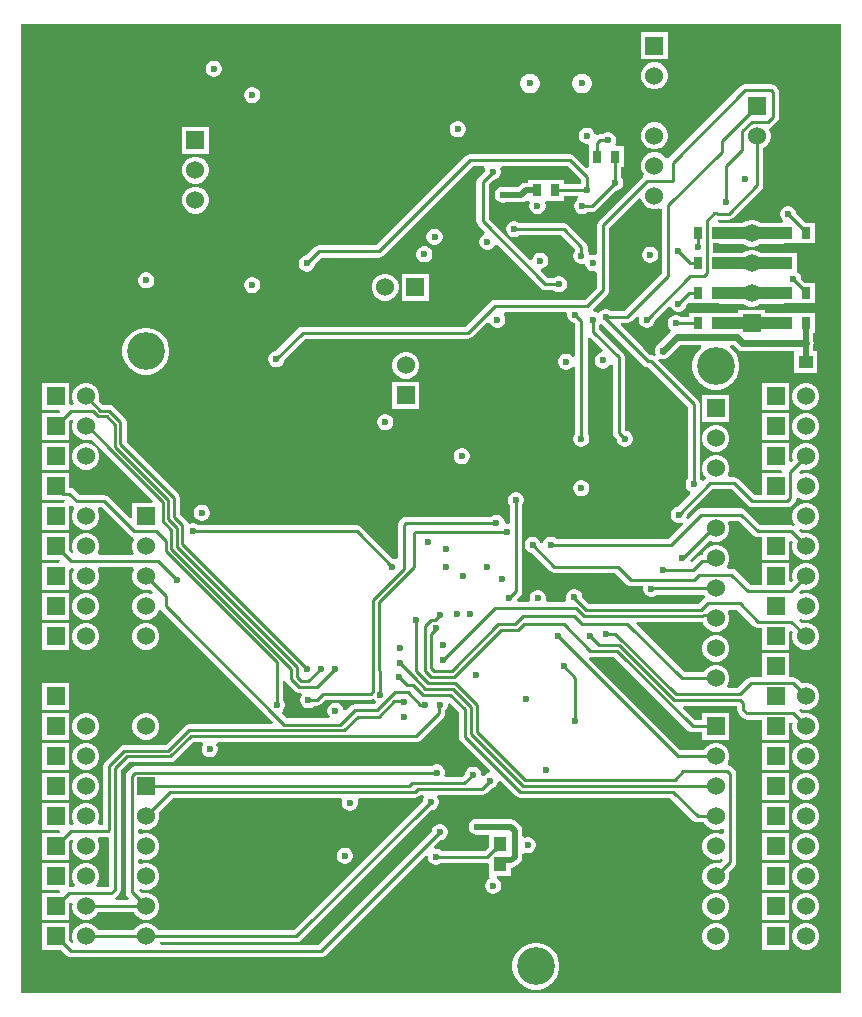
<source format=gbl>
G04*
G04 #@! TF.GenerationSoftware,Altium Limited,Altium Designer,24.4.1 (13)*
G04*
G04 Layer_Physical_Order=4*
G04 Layer_Color=16711680*
%FSAX44Y44*%
%MOMM*%
G71*
G04*
G04 #@! TF.SameCoordinates,09090911-0CFD-4792-A0CC-E2C5D1EC5460*
G04*
G04*
G04 #@! TF.FilePolarity,Positive*
G04*
G01*
G75*
%ADD13C,0.5080*%
%ADD14C,0.2540*%
%ADD21R,0.7500X1.0000*%
%ADD23R,1.2500X1.1000*%
%ADD30R,1.1000X1.2500*%
%ADD51C,1.5240*%
%ADD52R,1.5240X1.5240*%
%ADD54R,1.5240X1.5240*%
%ADD58C,0.6120*%
%ADD61C,1.0000*%
%ADD66C,0.6000*%
%ADD67C,3.2000*%
%ADD68C,0.5000*%
G36*
X00697411Y00002590D02*
X00002590D01*
Y00822411D01*
X00697411D01*
Y00002590D01*
D02*
G37*
%LPC*%
G36*
X00550669Y00815835D02*
X00527809D01*
Y00792975D01*
X00550669D01*
Y00815835D01*
D02*
G37*
G36*
X00167006Y00791833D02*
X00165213D01*
X00163481Y00791368D01*
X00161929Y00790472D01*
X00160660Y00789204D01*
X00159764Y00787651D01*
X00159300Y00785919D01*
Y00784126D01*
X00159764Y00782394D01*
X00160660Y00780841D01*
X00161929Y00779573D01*
X00163481Y00778677D01*
X00165213Y00778213D01*
X00167006D01*
X00168738Y00778677D01*
X00170291Y00779573D01*
X00171559Y00780841D01*
X00172456Y00782394D01*
X00172920Y00784126D01*
Y00785919D01*
X00172456Y00787651D01*
X00171559Y00789204D01*
X00170291Y00790472D01*
X00168738Y00791368D01*
X00167006Y00791833D01*
D02*
G37*
G36*
X00540744Y00790435D02*
X00537734D01*
X00534827Y00789656D01*
X00532221Y00788152D01*
X00530093Y00786023D01*
X00528588Y00783417D01*
X00527809Y00780510D01*
Y00777501D01*
X00528588Y00774594D01*
X00530093Y00771987D01*
X00532221Y00769859D01*
X00534827Y00768354D01*
X00537734Y00767575D01*
X00540744D01*
X00543651Y00768354D01*
X00546257Y00769859D01*
X00548385Y00771987D01*
X00549890Y00774594D01*
X00550669Y00777501D01*
Y00780510D01*
X00549890Y00783417D01*
X00548385Y00786023D01*
X00546257Y00788152D01*
X00543651Y00789656D01*
X00540744Y00790435D01*
D02*
G37*
G36*
X00479054Y00780810D02*
X00476866D01*
X00474752Y00780244D01*
X00472857Y00779150D01*
X00471310Y00777602D01*
X00470216Y00775707D01*
X00469650Y00773594D01*
Y00771406D01*
X00470216Y00769292D01*
X00471310Y00767398D01*
X00472857Y00765850D01*
X00474752Y00764756D01*
X00476866Y00764190D01*
X00479054D01*
X00481167Y00764756D01*
X00483062Y00765850D01*
X00484609Y00767398D01*
X00485703Y00769292D01*
X00486270Y00771406D01*
Y00773594D01*
X00485703Y00775707D01*
X00484609Y00777602D01*
X00483062Y00779150D01*
X00481167Y00780244D01*
X00479054Y00780810D01*
D02*
G37*
G36*
X00435054D02*
X00432866D01*
X00430752Y00780244D01*
X00428857Y00779150D01*
X00427310Y00777602D01*
X00426216Y00775707D01*
X00425650Y00773594D01*
Y00771406D01*
X00426216Y00769292D01*
X00427310Y00767398D01*
X00428857Y00765850D01*
X00430752Y00764756D01*
X00432866Y00764190D01*
X00435054D01*
X00437167Y00764756D01*
X00439062Y00765850D01*
X00440610Y00767398D01*
X00441703Y00769292D01*
X00442270Y00771406D01*
Y00773594D01*
X00441703Y00775707D01*
X00440610Y00777602D01*
X00439062Y00779150D01*
X00437167Y00780244D01*
X00435054Y00780810D01*
D02*
G37*
G36*
X00199635Y00769490D02*
X00197842D01*
X00196110Y00769026D01*
X00194557Y00768129D01*
X00193289Y00766861D01*
X00192392Y00765308D01*
X00191928Y00763576D01*
Y00761783D01*
X00192392Y00760051D01*
X00193289Y00758498D01*
X00194557Y00757230D01*
X00196110Y00756334D01*
X00197842Y00755870D01*
X00199635D01*
X00201367Y00756334D01*
X00202920Y00757230D01*
X00204188Y00758498D01*
X00205084Y00760051D01*
X00205548Y00761783D01*
Y00763576D01*
X00205084Y00765308D01*
X00204188Y00766861D01*
X00202920Y00768129D01*
X00201367Y00769026D01*
X00199635Y00769490D01*
D02*
G37*
G36*
X00373724Y00740655D02*
X00371931D01*
X00370199Y00740191D01*
X00368646Y00739295D01*
X00367378Y00738027D01*
X00366482Y00736474D01*
X00366018Y00734742D01*
Y00732949D01*
X00366482Y00731217D01*
X00367378Y00729664D01*
X00368646Y00728396D01*
X00370199Y00727499D01*
X00371931Y00727035D01*
X00373724D01*
X00375456Y00727499D01*
X00377009Y00728396D01*
X00378277Y00729664D01*
X00379174Y00731217D01*
X00379638Y00732949D01*
Y00734742D01*
X00379174Y00736474D01*
X00378277Y00738027D01*
X00377009Y00739295D01*
X00375456Y00740191D01*
X00373724Y00740655D01*
D02*
G37*
G36*
X00540744Y00739635D02*
X00537734D01*
X00534827Y00738856D01*
X00532221Y00737352D01*
X00530093Y00735223D01*
X00528588Y00732617D01*
X00527809Y00729710D01*
Y00726701D01*
X00528588Y00723793D01*
X00530093Y00721187D01*
X00532221Y00719059D01*
X00534827Y00717554D01*
X00537734Y00716775D01*
X00540744D01*
X00543651Y00717554D01*
X00546257Y00719059D01*
X00548385Y00721187D01*
X00549890Y00723793D01*
X00550669Y00726701D01*
Y00729710D01*
X00549890Y00732617D01*
X00548385Y00735223D01*
X00546257Y00737352D01*
X00543651Y00738856D01*
X00540744Y00739635D01*
D02*
G37*
G36*
X00162054Y00735899D02*
X00139194D01*
Y00713038D01*
X00162054D01*
Y00735899D01*
D02*
G37*
G36*
X00638251Y00771773D02*
X00616063D01*
X00614081Y00771379D01*
X00612401Y00770256D01*
X00551161Y00709016D01*
X00551084Y00708951D01*
X00548797Y00709111D01*
X00548385Y00709824D01*
X00546257Y00711952D01*
X00543651Y00713456D01*
X00540744Y00714235D01*
X00537734D01*
X00534827Y00713456D01*
X00532221Y00711952D01*
X00530093Y00709824D01*
X00528588Y00707217D01*
X00527809Y00704310D01*
Y00701301D01*
X00528588Y00698393D01*
X00530093Y00695787D01*
X00529689Y00693677D01*
X00529562Y00693490D01*
X00492273Y00656201D01*
X00491150Y00654520D01*
X00490756Y00652538D01*
Y00628562D01*
X00488756Y00627103D01*
X00488355Y00627210D01*
X00486562D01*
X00486269Y00627132D01*
X00484464Y00627546D01*
X00484025Y00628504D01*
X00483805Y00629322D01*
X00482909Y00630875D01*
X00482639Y00631145D01*
Y00634058D01*
X00482245Y00636040D01*
X00481122Y00637721D01*
X00466122Y00652721D01*
X00464441Y00653844D01*
X00462459Y00654238D01*
X00424991D01*
X00424721Y00654508D01*
X00423169Y00655404D01*
X00421437Y00655869D01*
X00419644D01*
X00417911Y00655404D01*
X00416359Y00654508D01*
X00415091Y00653240D01*
X00414194Y00651687D01*
X00413730Y00649955D01*
Y00648162D01*
X00414194Y00646430D01*
X00415091Y00644877D01*
X00416359Y00643609D01*
X00417911Y00642713D01*
X00419644Y00642249D01*
X00421437D01*
X00423169Y00642713D01*
X00424721Y00643609D01*
X00424991Y00643879D01*
X00460314D01*
X00472280Y00631913D01*
Y00631145D01*
X00472010Y00630875D01*
X00471114Y00629322D01*
X00470649Y00627590D01*
Y00625797D01*
X00471114Y00624065D01*
X00472010Y00622512D01*
X00473278Y00621244D01*
X00474831Y00620348D01*
X00476563Y00619884D01*
X00478356D01*
X00478649Y00619962D01*
X00480454Y00619548D01*
X00480894Y00618590D01*
X00481113Y00617772D01*
X00482010Y00616219D01*
X00483277Y00614951D01*
X00484830Y00614054D01*
X00486562Y00613590D01*
X00488355D01*
X00488756Y00613698D01*
X00490756Y00612238D01*
Y00599646D01*
X00480314Y00589203D01*
X00403912D01*
X00403912Y00589203D01*
X00401930Y00588809D01*
X00400249Y00587686D01*
X00400249Y00587686D01*
X00379261Y00566698D01*
X00241540D01*
X00239558Y00566304D01*
X00237878Y00565181D01*
X00218498Y00545802D01*
X00218116D01*
X00216384Y00545338D01*
X00214831Y00544441D01*
X00213563Y00543174D01*
X00212667Y00541621D01*
X00212203Y00539889D01*
Y00538096D01*
X00212667Y00536364D01*
X00213563Y00534811D01*
X00214831Y00533543D01*
X00216384Y00532646D01*
X00218116Y00532182D01*
X00219909D01*
X00221641Y00532646D01*
X00223194Y00533543D01*
X00224462Y00534811D01*
X00225359Y00536364D01*
X00225823Y00538096D01*
Y00538477D01*
X00243685Y00556339D01*
X00381407D01*
X00383389Y00556734D01*
X00385069Y00557856D01*
X00397777Y00570564D01*
X00400008Y00569966D01*
X00400033Y00569871D01*
X00400930Y00568318D01*
X00402198Y00567051D01*
X00403750Y00566154D01*
X00405482Y00565690D01*
X00407276D01*
X00409008Y00566154D01*
X00410560Y00567051D01*
X00411828Y00568318D01*
X00412725Y00569871D01*
X00413189Y00571603D01*
Y00573396D01*
X00412725Y00575128D01*
X00411828Y00576681D01*
X00411665Y00576844D01*
X00412494Y00578844D01*
X00464738D01*
X00465650Y00577655D01*
Y00575862D01*
X00466114Y00574130D01*
X00467011Y00572577D01*
X00468279Y00571310D01*
X00469831Y00570413D01*
X00471563Y00569949D01*
X00471945D01*
X00472280Y00569613D01*
Y00541587D01*
X00470280Y00541051D01*
X00470208Y00541176D01*
X00468940Y00542444D01*
X00467387Y00543341D01*
X00465655Y00543805D01*
X00463862D01*
X00462130Y00543341D01*
X00460577Y00542444D01*
X00459309Y00541176D01*
X00458413Y00539624D01*
X00457948Y00537892D01*
Y00536098D01*
X00458413Y00534366D01*
X00459309Y00532813D01*
X00460577Y00531546D01*
X00462130Y00530649D01*
X00463862Y00530185D01*
X00465655D01*
X00467387Y00530649D01*
X00468940Y00531546D01*
X00470208Y00532813D01*
X00470280Y00532939D01*
X00472280Y00532403D01*
Y00476180D01*
X00472010Y00475910D01*
X00471114Y00474357D01*
X00470650Y00472625D01*
Y00470832D01*
X00471114Y00469100D01*
X00472010Y00467547D01*
X00473279Y00466279D01*
X00474831Y00465382D01*
X00476563Y00464918D01*
X00478356D01*
X00480089Y00465382D01*
X00481641Y00466279D01*
X00482909Y00467547D01*
X00483806Y00469100D01*
X00484270Y00470832D01*
Y00472625D01*
X00483806Y00474357D01*
X00482909Y00475910D01*
X00482639Y00476180D01*
Y00557026D01*
X00484639Y00557854D01*
X00495726Y00546767D01*
X00494898Y00544767D01*
X00494746D01*
X00493014Y00544303D01*
X00491461Y00543406D01*
X00490193Y00542139D01*
X00489297Y00540586D01*
X00488833Y00538854D01*
Y00537061D01*
X00489297Y00535329D01*
X00490193Y00533776D01*
X00491461Y00532508D01*
X00493014Y00531611D01*
X00494746Y00531147D01*
X00496539D01*
X00498271Y00531611D01*
X00499824Y00532508D01*
X00501092Y00533776D01*
X00503567Y00534062D01*
X00503858Y00533862D01*
Y00476801D01*
X00504252Y00474819D01*
X00505375Y00473138D01*
X00507300Y00471213D01*
Y00470832D01*
X00507764Y00469100D01*
X00508660Y00467547D01*
X00509928Y00466279D01*
X00511481Y00465382D01*
X00513213Y00464918D01*
X00515006D01*
X00516738Y00465382D01*
X00518291Y00466279D01*
X00519559Y00467547D01*
X00520456Y00469100D01*
X00520920Y00470832D01*
Y00472625D01*
X00520456Y00474357D01*
X00519559Y00475910D01*
X00518291Y00477178D01*
X00516738Y00478074D01*
X00515006Y00478538D01*
X00514624D01*
X00514217Y00478946D01*
Y00540781D01*
X00513822Y00542763D01*
X00512700Y00544444D01*
X00492638Y00564505D01*
Y00567741D01*
X00492666Y00567777D01*
X00494241Y00569008D01*
X00495371Y00568356D01*
X00495620Y00568289D01*
X00522385Y00541524D01*
X00530018Y00533891D01*
X00531698Y00532769D01*
X00533680Y00532374D01*
X00533909D01*
X00567360Y00498923D01*
Y00437420D01*
X00567125Y00437186D01*
X00566229Y00435633D01*
X00565765Y00433901D01*
Y00432108D01*
X00566229Y00430376D01*
X00567125Y00428823D01*
X00568393Y00427555D01*
X00569175Y00427104D01*
X00569724Y00424824D01*
X00559210Y00414310D01*
X00558828D01*
X00557096Y00413846D01*
X00555544Y00412949D01*
X00554276Y00411681D01*
X00553379Y00410129D01*
X00552915Y00408396D01*
Y00406603D01*
X00553379Y00404871D01*
X00554276Y00403318D01*
X00555544Y00402051D01*
X00557096Y00401154D01*
X00558828Y00400690D01*
X00560621D01*
X00562354Y00401154D01*
X00563556Y00399539D01*
X00551149Y00387132D01*
X00455876D01*
X00455606Y00387401D01*
X00454053Y00388298D01*
X00452321Y00388762D01*
X00450528D01*
X00448796Y00388298D01*
X00447243Y00387401D01*
X00445975Y00386133D01*
X00445079Y00384581D01*
X00444798Y00383532D01*
X00442728D01*
X00442447Y00384581D01*
X00441550Y00386133D01*
X00440282Y00387401D01*
X00438729Y00388298D01*
X00436997Y00388762D01*
X00435204D01*
X00433472Y00388298D01*
X00431919Y00387401D01*
X00430651Y00386133D01*
X00429755Y00384581D01*
X00429291Y00382849D01*
Y00381055D01*
X00429755Y00379324D01*
X00430651Y00377771D01*
X00431919Y00376503D01*
X00433472Y00375606D01*
X00435204Y00375142D01*
X00435586D01*
X00450993Y00359734D01*
X00452674Y00358612D01*
X00454656Y00358217D01*
X00506022D01*
X00516093Y00348147D01*
X00517773Y00347024D01*
X00519755Y00346630D01*
X00529236D01*
X00529954Y00345694D01*
Y00343901D01*
X00530418Y00342169D01*
X00531315Y00340616D01*
X00532583Y00339348D01*
X00534136Y00338451D01*
X00535868Y00337988D01*
X00537661D01*
X00539393Y00338451D01*
X00540946Y00339348D01*
X00541317Y00339719D01*
X00581151D01*
X00581695Y00338777D01*
X00582062Y00337821D01*
X00581130Y00336177D01*
X00580694Y00335885D01*
X00576464Y00331655D01*
X00483482D01*
X00478123Y00337015D01*
Y00338293D01*
X00477659Y00340025D01*
X00476763Y00341578D01*
X00475495Y00342846D01*
X00473942Y00343742D01*
X00472210Y00344206D01*
X00470417D01*
X00468685Y00343742D01*
X00467132Y00342846D01*
X00465864Y00341578D01*
X00464967Y00340025D01*
X00464503Y00338293D01*
Y00336500D01*
X00464782Y00335458D01*
X00463643Y00333458D01*
X00448743D01*
X00447208Y00335458D01*
X00447247Y00335603D01*
Y00337396D01*
X00446783Y00339128D01*
X00445886Y00340681D01*
X00444618Y00341949D01*
X00443065Y00342846D01*
X00441333Y00343310D01*
X00439540D01*
X00437808Y00342846D01*
X00436255Y00341949D01*
X00434987Y00340681D01*
X00434091Y00339128D01*
X00433627Y00337396D01*
Y00335603D01*
X00433666Y00335458D01*
X00432131Y00333458D01*
X00424315D01*
X00422780Y00335458D01*
X00422819Y00335603D01*
Y00335985D01*
X00425303Y00338469D01*
X00425721Y00338748D01*
X00426844Y00340429D01*
X00427239Y00342411D01*
Y00415183D01*
X00427508Y00415452D01*
X00428405Y00417005D01*
X00428869Y00418737D01*
Y00420531D01*
X00428405Y00422263D01*
X00427508Y00423815D01*
X00426240Y00425083D01*
X00424688Y00425980D01*
X00422956Y00426444D01*
X00421162D01*
X00419430Y00425980D01*
X00417878Y00425083D01*
X00416610Y00423815D01*
X00415713Y00422263D01*
X00415249Y00420531D01*
Y00418737D01*
X00415713Y00417005D01*
X00416610Y00415452D01*
X00416879Y00415183D01*
Y00400854D01*
X00415504Y00399799D01*
X00413711D01*
X00412410Y00401376D01*
X00412357Y00401507D01*
X00411920Y00403140D01*
X00411023Y00404693D01*
X00409755Y00405961D01*
X00408202Y00406857D01*
X00406470Y00407321D01*
X00404677D01*
X00402945Y00406857D01*
X00401392Y00405961D01*
X00401122Y00405691D01*
X00328913D01*
X00326931Y00405297D01*
X00325251Y00404174D01*
X00323763Y00402686D01*
X00322640Y00401006D01*
X00322245Y00399024D01*
Y00370830D01*
X00320246Y00369675D01*
X00320129Y00369743D01*
X00318397Y00370207D01*
X00318015D01*
X00291259Y00396962D01*
X00289579Y00398085D01*
X00287597Y00398479D01*
X00153296D01*
X00153026Y00398749D01*
X00151473Y00399646D01*
X00149741Y00400110D01*
X00147948D01*
X00146457Y00399710D01*
X00145920Y00399755D01*
X00144289Y00400362D01*
X00144167Y00400544D01*
X00143166Y00402042D01*
X00137511Y00407697D01*
Y00421780D01*
X00137117Y00423762D01*
X00135994Y00425442D01*
X00092349Y00469087D01*
Y00485590D01*
X00091955Y00487572D01*
X00090832Y00489253D01*
X00081042Y00499042D01*
X00079362Y00500165D01*
X00077380Y00500559D01*
X00072266D01*
X00068781Y00504044D01*
X00069330Y00506095D01*
Y00509105D01*
X00068551Y00512012D01*
X00067046Y00514618D01*
X00064918Y00516746D01*
X00062312Y00518251D01*
X00059405Y00519030D01*
X00056395D01*
X00053488Y00518251D01*
X00050882Y00516746D01*
X00048754Y00514618D01*
X00047249Y00512012D01*
X00046470Y00509105D01*
Y00506095D01*
X00047249Y00503188D01*
X00047764Y00502296D01*
X00046834Y00500560D01*
X00045637Y00500413D01*
X00043930Y00501896D01*
Y00519030D01*
X00021070D01*
Y00496170D01*
X00034771D01*
X00035803Y00494170D01*
X00035419Y00493630D01*
X00021070D01*
Y00470770D01*
X00043930D01*
Y00486305D01*
X00045900Y00488274D01*
X00047500Y00487046D01*
X00047249Y00486612D01*
X00046470Y00483705D01*
Y00480695D01*
X00047249Y00477788D01*
X00048754Y00475182D01*
X00050882Y00473054D01*
X00053488Y00471549D01*
X00056395Y00470770D01*
X00059405D01*
X00062312Y00471549D01*
X00062556Y00471690D01*
X00074331Y00459915D01*
X00074936Y00459009D01*
X00114667Y00419277D01*
X00113902Y00417430D01*
X00097270D01*
Y00404942D01*
X00095422Y00404177D01*
X00077237Y00422362D01*
X00075557Y00423485D01*
X00073575Y00423879D01*
X00052426D01*
X00047593Y00428712D01*
X00045912Y00429835D01*
X00043930Y00430229D01*
Y00442830D01*
X00021070D01*
Y00419970D01*
X00038350D01*
X00038850Y00419870D01*
X00040243D01*
X00040537Y00419430D01*
X00039468Y00417430D01*
X00021070D01*
Y00394570D01*
X00043930D01*
Y00414896D01*
X00045930Y00415725D01*
X00046618Y00415037D01*
X00047413Y00414506D01*
X00048266Y00413560D01*
X00048115Y00411912D01*
X00047249Y00410412D01*
X00046470Y00407505D01*
Y00404495D01*
X00047249Y00401588D01*
X00048754Y00398982D01*
X00050882Y00396853D01*
X00053488Y00395349D01*
X00056395Y00394570D01*
X00059405D01*
X00062312Y00395349D01*
X00064918Y00396853D01*
X00067046Y00398982D01*
X00068551Y00401588D01*
X00069330Y00404495D01*
Y00407505D01*
X00068551Y00410412D01*
X00067911Y00411520D01*
X00069066Y00413520D01*
X00071429D01*
X00095312Y00389637D01*
X00095312Y00389637D01*
X00096992Y00388515D01*
X00097683Y00388377D01*
X00098728Y00386187D01*
X00098049Y00385012D01*
X00097270Y00382105D01*
Y00379095D01*
X00098049Y00376188D01*
X00098689Y00375079D01*
X00097535Y00373079D01*
X00069066D01*
X00067911Y00375079D01*
X00068551Y00376188D01*
X00069330Y00379095D01*
Y00382105D01*
X00068551Y00385012D01*
X00067046Y00387618D01*
X00064918Y00389746D01*
X00062312Y00391251D01*
X00059405Y00392030D01*
X00056395D01*
X00053488Y00391251D01*
X00050882Y00389746D01*
X00048754Y00387618D01*
X00047249Y00385012D01*
X00046470Y00382105D01*
Y00379095D01*
X00047249Y00376188D01*
X00047500Y00375753D01*
X00045900Y00374525D01*
X00043930Y00376495D01*
Y00392030D01*
X00021070D01*
Y00369170D01*
X00035419D01*
X00035803Y00368630D01*
X00034771Y00366630D01*
X00021070D01*
Y00343770D01*
X00043930D01*
Y00360904D01*
X00045637Y00362386D01*
X00046834Y00362239D01*
X00047764Y00360503D01*
X00047249Y00359612D01*
X00046470Y00356705D01*
Y00353695D01*
X00047249Y00350788D01*
X00048754Y00348182D01*
X00050882Y00346054D01*
X00053488Y00344549D01*
X00056395Y00343770D01*
X00059405D01*
X00062312Y00344549D01*
X00064918Y00346054D01*
X00067046Y00348182D01*
X00068551Y00350788D01*
X00069330Y00353695D01*
Y00356705D01*
X00068551Y00359612D01*
X00067911Y00360720D01*
X00069066Y00362720D01*
X00097535D01*
X00098689Y00360720D01*
X00098049Y00359612D01*
X00097270Y00356705D01*
Y00353695D01*
X00098049Y00350788D01*
X00099554Y00348182D01*
X00101682Y00346054D01*
X00104288Y00344549D01*
X00107195Y00343770D01*
X00110205D01*
X00112256Y00344319D01*
X00114775Y00341800D01*
X00113547Y00340199D01*
X00113112Y00340451D01*
X00110205Y00341230D01*
X00107195D01*
X00104288Y00340451D01*
X00101682Y00338946D01*
X00099554Y00336818D01*
X00098049Y00334212D01*
X00097270Y00331305D01*
Y00328295D01*
X00098049Y00325388D01*
X00099554Y00322782D01*
X00101682Y00320653D01*
X00104288Y00319149D01*
X00107195Y00318370D01*
X00110205D01*
X00113112Y00319149D01*
X00115718Y00320653D01*
X00117846Y00322782D01*
X00119351Y00325388D01*
X00119594Y00326294D01*
X00120213Y00326581D01*
X00121760Y00326651D01*
X00122104Y00326137D01*
X00122104Y00326137D01*
X00216407Y00231835D01*
X00215642Y00229987D01*
X00145126D01*
X00145126Y00229987D01*
X00143144Y00229593D01*
X00141464Y00228470D01*
X00125513Y00212519D01*
X00090594D01*
X00088611Y00212125D01*
X00086931Y00211002D01*
X00074160Y00198232D01*
X00073038Y00196551D01*
X00072643Y00194569D01*
Y00144479D01*
X00069066D01*
X00067911Y00146479D01*
X00068551Y00147588D01*
X00069330Y00150495D01*
Y00153505D01*
X00068551Y00156412D01*
X00067046Y00159018D01*
X00064918Y00161146D01*
X00062312Y00162651D01*
X00059405Y00163430D01*
X00056395D01*
X00053488Y00162651D01*
X00050882Y00161146D01*
X00048754Y00159018D01*
X00047249Y00156412D01*
X00046470Y00153505D01*
Y00150495D01*
X00047249Y00147588D01*
X00047764Y00146697D01*
X00046834Y00144960D01*
X00045637Y00144813D01*
X00043930Y00146296D01*
Y00163430D01*
X00021070D01*
Y00140570D01*
X00034771D01*
X00035803Y00138570D01*
X00035419Y00138030D01*
X00021070D01*
Y00115170D01*
X00043930D01*
Y00130705D01*
X00045900Y00132674D01*
X00047500Y00131446D01*
X00047249Y00131012D01*
X00046470Y00128105D01*
Y00125095D01*
X00047249Y00122188D01*
X00048754Y00119582D01*
X00050882Y00117453D01*
X00053488Y00115949D01*
X00056395Y00115170D01*
X00059405D01*
X00062312Y00115949D01*
X00064918Y00117453D01*
X00067046Y00119582D01*
X00068551Y00122188D01*
X00069330Y00125095D01*
Y00128105D01*
X00068551Y00131012D01*
X00067911Y00132120D01*
X00069066Y00134120D01*
X00076335D01*
X00077183Y00133424D01*
Y00092133D01*
X00076919Y00091869D01*
X00067563D01*
X00066734Y00093869D01*
X00067046Y00094182D01*
X00068551Y00096788D01*
X00069330Y00099695D01*
Y00102705D01*
X00068551Y00105612D01*
X00067046Y00108218D01*
X00064918Y00110346D01*
X00062312Y00111851D01*
X00059405Y00112630D01*
X00056395D01*
X00053488Y00111851D01*
X00050882Y00110346D01*
X00048754Y00108218D01*
X00047249Y00105612D01*
X00046470Y00102705D01*
Y00099695D01*
X00047249Y00096788D01*
X00048754Y00094182D01*
X00049066Y00093869D01*
X00048238Y00091869D01*
X00043930D01*
Y00112630D01*
X00021070D01*
Y00089770D01*
X00034771D01*
X00035803Y00087770D01*
X00035419Y00087230D01*
X00021070D01*
Y00064370D01*
X00043930D01*
Y00078373D01*
X00045498Y00079762D01*
X00046657Y00078002D01*
X00046470Y00077305D01*
Y00074295D01*
X00047249Y00071388D01*
X00048754Y00068782D01*
X00050882Y00066653D01*
X00053488Y00065149D01*
X00056395Y00064370D01*
X00059405D01*
X00062312Y00065149D01*
X00064918Y00066653D01*
X00067046Y00068782D01*
X00068108Y00070620D01*
X00098492D01*
X00099554Y00068782D01*
X00101682Y00066653D01*
X00104288Y00065149D01*
X00107195Y00064370D01*
X00110205D01*
X00113112Y00065149D01*
X00115718Y00066653D01*
X00117846Y00068782D01*
X00119351Y00071388D01*
X00120130Y00074295D01*
Y00077305D01*
X00119351Y00080212D01*
X00117846Y00082818D01*
X00115718Y00084946D01*
X00113112Y00086451D01*
X00110205Y00087230D01*
X00107195D01*
X00105145Y00086680D01*
X00102626Y00089199D01*
X00103854Y00090800D01*
X00104288Y00090549D01*
X00107195Y00089770D01*
X00110205D01*
X00113112Y00090549D01*
X00115718Y00092053D01*
X00117846Y00094182D01*
X00119351Y00096788D01*
X00120130Y00099695D01*
Y00102705D01*
X00119351Y00105612D01*
X00117846Y00108218D01*
X00115718Y00110346D01*
X00113112Y00111851D01*
X00110205Y00112630D01*
X00107195D01*
X00104288Y00111851D01*
X00103796Y00111566D01*
X00102064Y00112566D01*
Y00115233D01*
X00103796Y00116233D01*
X00104288Y00115949D01*
X00107195Y00115170D01*
X00110205D01*
X00113112Y00115949D01*
X00115718Y00117453D01*
X00117846Y00119582D01*
X00119351Y00122188D01*
X00120130Y00125095D01*
Y00128105D01*
X00119351Y00131012D01*
X00117846Y00133618D01*
X00115718Y00135746D01*
X00113112Y00137251D01*
X00110205Y00138030D01*
X00107195D01*
X00104288Y00137251D01*
X00103796Y00136966D01*
X00102064Y00137966D01*
Y00140633D01*
X00103796Y00141633D01*
X00104288Y00141349D01*
X00107195Y00140570D01*
X00110205D01*
X00113112Y00141349D01*
X00115718Y00142853D01*
X00117846Y00144982D01*
X00119351Y00147588D01*
X00120130Y00150495D01*
Y00153505D01*
X00119581Y00155555D01*
X00131706Y00167680D01*
X00273831D01*
X00274608Y00166675D01*
X00275076Y00165680D01*
X00274689Y00164238D01*
Y00162445D01*
X00275153Y00160713D01*
X00276050Y00159160D01*
X00277318Y00157893D01*
X00278871Y00156996D01*
X00280603Y00156532D01*
X00282396D01*
X00284128Y00156996D01*
X00285681Y00157893D01*
X00286949Y00159160D01*
X00287845Y00160713D01*
X00288309Y00162445D01*
Y00164238D01*
X00287923Y00165680D01*
X00288390Y00166675D01*
X00289167Y00167680D01*
X00336273D01*
X00338256Y00168074D01*
X00339936Y00169197D01*
X00340961Y00170222D01*
X00343449D01*
X00344328Y00168273D01*
X00343432Y00166720D01*
X00342968Y00164988D01*
Y00164607D01*
X00233940Y00055579D01*
X00118908D01*
X00117846Y00057418D01*
X00115718Y00059546D01*
X00113112Y00061051D01*
X00110205Y00061830D01*
X00107195D01*
X00104288Y00061051D01*
X00101682Y00059546D01*
X00099554Y00057418D01*
X00098492Y00055579D01*
X00068108D01*
X00067046Y00057418D01*
X00064918Y00059546D01*
X00062312Y00061051D01*
X00059405Y00061830D01*
X00056395D01*
X00053488Y00061051D01*
X00050882Y00059546D01*
X00048754Y00057418D01*
X00047249Y00054812D01*
X00046470Y00051905D01*
Y00048895D01*
X00047249Y00045988D01*
X00047500Y00045553D01*
X00045900Y00044325D01*
X00043930Y00046295D01*
Y00061830D01*
X00021070D01*
Y00038970D01*
X00036605D01*
X00041538Y00034037D01*
X00043218Y00032915D01*
X00045200Y00032520D01*
X00256638D01*
X00258620Y00032915D01*
X00260300Y00034037D01*
X00345630Y00119367D01*
X00346968Y00118842D01*
X00347503Y00118412D01*
Y00116838D01*
X00347967Y00115106D01*
X00348864Y00113553D01*
X00350132Y00112285D01*
X00351685Y00111389D01*
X00353417Y00110925D01*
X00355210D01*
X00356942Y00111389D01*
X00358495Y00112285D01*
X00358765Y00112555D01*
X00397823D01*
X00399158Y00111460D01*
Y00101320D01*
X00399452D01*
X00399646Y00100828D01*
X00399791Y00099320D01*
X00398601Y00098633D01*
X00397333Y00097365D01*
X00396437Y00095813D01*
X00395973Y00094080D01*
Y00092287D01*
X00396437Y00090555D01*
X00397333Y00089003D01*
X00398601Y00087735D01*
X00400154Y00086838D01*
X00401886Y00086374D01*
X00403680D01*
X00405411Y00086838D01*
X00406964Y00087735D01*
X00408232Y00089003D01*
X00409129Y00090555D01*
X00409593Y00092287D01*
Y00094080D01*
X00409129Y00095813D01*
X00408232Y00097365D01*
X00406964Y00098633D01*
X00405774Y00099320D01*
X00405920Y00100828D01*
X00406113Y00101320D01*
X00417778D01*
Y00108616D01*
X00418141D01*
X00420619Y00109109D01*
X00422719Y00110512D01*
X00425422Y00113215D01*
X00426826Y00115316D01*
X00427318Y00117793D01*
Y00120183D01*
X00429319Y00121337D01*
X00429411Y00121284D01*
X00431143Y00120820D01*
X00432936D01*
X00434668Y00121284D01*
X00436221Y00122181D01*
X00437489Y00123449D01*
X00438385Y00125001D01*
X00438849Y00126734D01*
Y00128527D01*
X00438385Y00130259D01*
X00437489Y00131812D01*
X00436221Y00133079D01*
X00434668Y00133976D01*
X00432936Y00134440D01*
X00431143D01*
X00429411Y00133976D01*
X00429319Y00133923D01*
X00427318Y00135077D01*
Y00139977D01*
X00426826Y00142455D01*
X00425422Y00144556D01*
X00422350Y00147627D01*
X00420250Y00149031D01*
X00417772Y00149524D01*
X00390942D01*
X00389689Y00149859D01*
X00387896D01*
X00386164Y00149395D01*
X00384611Y00148499D01*
X00383343Y00147231D01*
X00382447Y00145678D01*
X00381983Y00143946D01*
Y00142153D01*
X00382447Y00140421D01*
X00383343Y00138868D01*
X00384611Y00137600D01*
X00386164Y00136703D01*
X00387896Y00136239D01*
X00389689D01*
X00390942Y00136575D01*
X00399158D01*
Y00126395D01*
X00395677Y00122914D01*
X00358765D01*
X00358495Y00123184D01*
X00356942Y00124081D01*
X00355210Y00124545D01*
X00353636D01*
X00353206Y00125081D01*
X00352681Y00126418D01*
X00358167Y00131903D01*
X00358548D01*
X00360280Y00132368D01*
X00361833Y00133264D01*
X00363101Y00134532D01*
X00363998Y00136085D01*
X00364462Y00137817D01*
Y00139610D01*
X00363998Y00141342D01*
X00363101Y00142895D01*
X00361833Y00144163D01*
X00360280Y00145059D01*
X00358548Y00145524D01*
X00356755D01*
X00355023Y00145059D01*
X00353470Y00144163D01*
X00352202Y00142895D01*
X00351306Y00141342D01*
X00350842Y00139610D01*
Y00139228D01*
X00254492Y00042879D01*
X00121782D01*
X00120627Y00044879D01*
X00120824Y00045220D01*
X00236086D01*
X00238068Y00045615D01*
X00239748Y00046737D01*
X00350293Y00157282D01*
X00350674D01*
X00352406Y00157746D01*
X00353959Y00158642D01*
X00355227Y00159910D01*
X00356124Y00161463D01*
X00356588Y00163195D01*
Y00164988D01*
X00356124Y00166720D01*
X00355227Y00168273D01*
X00356106Y00170222D01*
X00393500D01*
X00395482Y00170616D01*
X00397163Y00171739D01*
X00400553Y00175130D01*
X00400935D01*
X00402667Y00175594D01*
X00404220Y00176490D01*
X00405488Y00177758D01*
X00406384Y00179311D01*
X00406848Y00181043D01*
Y00181466D01*
X00408848Y00182294D01*
X00421945Y00169197D01*
X00423625Y00168074D01*
X00425607Y00167680D01*
X00552855D01*
X00572197Y00148337D01*
X00573878Y00147214D01*
X00575860Y00146820D01*
X00581092D01*
X00582154Y00144982D01*
X00584282Y00142853D01*
X00586888Y00141349D01*
X00589795Y00140570D01*
X00592805D01*
X00595712Y00141349D01*
X00596584Y00141852D01*
X00598316Y00140852D01*
Y00137748D01*
X00596584Y00136748D01*
X00595712Y00137251D01*
X00592805Y00138030D01*
X00589795D01*
X00586888Y00137251D01*
X00584282Y00135746D01*
X00582154Y00133618D01*
X00580649Y00131012D01*
X00579870Y00128105D01*
Y00125095D01*
X00580649Y00122188D01*
X00582154Y00119582D01*
X00584282Y00117453D01*
X00586888Y00115949D01*
X00589795Y00115170D01*
X00592805D01*
X00595712Y00115949D01*
X00596147Y00116200D01*
X00597375Y00114599D01*
X00594856Y00112080D01*
X00592805Y00112630D01*
X00589795D01*
X00586888Y00111851D01*
X00584282Y00110346D01*
X00582154Y00108218D01*
X00580649Y00105612D01*
X00579870Y00102705D01*
Y00099695D01*
X00580649Y00096788D01*
X00582154Y00094182D01*
X00584282Y00092053D01*
X00586888Y00090549D01*
X00589795Y00089770D01*
X00592805D01*
X00595712Y00090549D01*
X00598318Y00092053D01*
X00600446Y00094182D01*
X00601951Y00096788D01*
X00602730Y00099695D01*
Y00102705D01*
X00602181Y00104755D01*
X00607158Y00109732D01*
X00608280Y00111413D01*
X00608675Y00113395D01*
Y00187560D01*
X00608280Y00189542D01*
X00607158Y00191222D01*
X00604619Y00193761D01*
X00602938Y00194884D01*
X00602310Y00195009D01*
X00601281Y00197227D01*
X00601951Y00198388D01*
X00602730Y00201295D01*
Y00204305D01*
X00601951Y00207212D01*
X00600446Y00209818D01*
X00598318Y00211946D01*
X00595712Y00213451D01*
X00592805Y00214230D01*
X00589795D01*
X00586888Y00213451D01*
X00584282Y00211946D01*
X00582154Y00209818D01*
X00581092Y00207979D01*
X00561033D01*
X00483624Y00285388D01*
X00484609Y00287232D01*
X00485028Y00287148D01*
X00505334D01*
X00567945Y00224537D01*
X00569625Y00223414D01*
X00571608Y00223020D01*
X00579870D01*
Y00216770D01*
X00602730D01*
Y00239630D01*
X00579870D01*
Y00233379D01*
X00573753D01*
X00563410Y00243722D01*
X00564175Y00245570D01*
X00609353D01*
Y00242388D01*
X00609748Y00240406D01*
X00610871Y00238725D01*
X00614168Y00235427D01*
X00614169Y00235427D01*
X00615849Y00234305D01*
X00617831Y00233910D01*
X00630670D01*
Y00216770D01*
X00653530D01*
Y00231224D01*
X00655513Y00232057D01*
X00656461Y00231162D01*
X00656070Y00229705D01*
Y00226695D01*
X00656849Y00223788D01*
X00658354Y00221182D01*
X00660482Y00219053D01*
X00663088Y00217549D01*
X00665995Y00216770D01*
X00669005D01*
X00671912Y00217549D01*
X00674518Y00219053D01*
X00676646Y00221182D01*
X00678151Y00223788D01*
X00678930Y00226695D01*
Y00229705D01*
X00678151Y00232612D01*
X00676646Y00235218D01*
X00674518Y00237346D01*
X00671912Y00238851D01*
X00669005Y00239630D01*
X00665995D01*
X00663945Y00239080D01*
X00661426Y00241599D01*
X00662654Y00243200D01*
X00663088Y00242949D01*
X00665995Y00242170D01*
X00669005D01*
X00671912Y00242949D01*
X00674518Y00244454D01*
X00676646Y00246582D01*
X00678151Y00249188D01*
X00678930Y00252095D01*
Y00255105D01*
X00678151Y00258012D01*
X00676646Y00260618D01*
X00674518Y00262746D01*
X00671912Y00264251D01*
X00669005Y00265030D01*
X00665995D01*
X00663945Y00264480D01*
X00660217Y00268208D01*
X00658536Y00269331D01*
X00656554Y00269725D01*
X00653530D01*
Y00290430D01*
X00630670D01*
Y00269725D01*
X00620982D01*
X00620982Y00269725D01*
X00619664Y00269463D01*
X00619000Y00269331D01*
X00619000Y00269331D01*
X00619000Y00269331D01*
X00618325Y00268880D01*
X00617320Y00268208D01*
X00617320Y00268208D01*
X00609581Y00260469D01*
X00601771D01*
X00600843Y00262469D01*
X00601951Y00264388D01*
X00602730Y00267295D01*
Y00270305D01*
X00601951Y00273212D01*
X00600446Y00275818D01*
X00598318Y00277946D01*
X00595712Y00279451D01*
X00592805Y00280230D01*
X00589795D01*
X00586888Y00279451D01*
X00584282Y00277946D01*
X00582154Y00275818D01*
X00581092Y00273980D01*
X00564807D01*
X00523878Y00314909D01*
X00524643Y00316756D01*
X00580229D01*
X00580649Y00315188D01*
X00582154Y00312582D01*
X00584282Y00310454D01*
X00586888Y00308949D01*
X00589795Y00308170D01*
X00592805D01*
X00595712Y00308949D01*
X00598318Y00310454D01*
X00600446Y00312582D01*
X00601951Y00315188D01*
X00602730Y00318095D01*
Y00321105D01*
X00601951Y00324012D01*
X00601356Y00325043D01*
X00602510Y00327043D01*
X00609352D01*
X00623140Y00313255D01*
X00624821Y00312132D01*
X00626803Y00311738D01*
X00630670D01*
Y00292970D01*
X00653530D01*
Y00308278D01*
X00655291Y00309010D01*
X00656572Y00307778D01*
X00656070Y00305905D01*
Y00302895D01*
X00656849Y00299988D01*
X00658354Y00297382D01*
X00660482Y00295254D01*
X00663088Y00293749D01*
X00665995Y00292970D01*
X00669005D01*
X00671912Y00293749D01*
X00674518Y00295254D01*
X00676646Y00297382D01*
X00678151Y00299988D01*
X00678930Y00302895D01*
Y00305905D01*
X00678151Y00308812D01*
X00676646Y00311418D01*
X00674518Y00313546D01*
X00671912Y00315051D01*
X00669005Y00315830D01*
X00665995D01*
X00663945Y00315280D01*
X00661426Y00317799D01*
X00662654Y00319400D01*
X00663088Y00319149D01*
X00665995Y00318370D01*
X00669005D01*
X00671912Y00319149D01*
X00674518Y00320653D01*
X00676646Y00322782D01*
X00678151Y00325388D01*
X00678930Y00328295D01*
Y00331305D01*
X00678151Y00334212D01*
X00676646Y00336818D01*
X00674518Y00338946D01*
X00671912Y00340451D01*
X00669005Y00341230D01*
X00665995D01*
X00663088Y00340451D01*
X00662654Y00340200D01*
X00661426Y00341800D01*
X00663945Y00344319D01*
X00665995Y00343770D01*
X00669005D01*
X00671912Y00344549D01*
X00674518Y00346054D01*
X00676646Y00348182D01*
X00678151Y00350788D01*
X00678930Y00353695D01*
Y00356705D01*
X00678151Y00359612D01*
X00676646Y00362218D01*
X00674518Y00364346D01*
X00671912Y00365851D01*
X00669005Y00366630D01*
X00665995D01*
X00663088Y00365851D01*
X00660482Y00364346D01*
X00658354Y00362218D01*
X00656849Y00359612D01*
X00656070Y00356705D01*
Y00353695D01*
X00656572Y00351821D01*
X00655291Y00350590D01*
X00653530Y00351321D01*
Y00366630D01*
X00630670D01*
Y00347679D01*
X00620499D01*
X00607949Y00360229D01*
X00606269Y00361352D01*
X00604287Y00361746D01*
X00601350D01*
X00600657Y00363746D01*
X00601951Y00365988D01*
X00602730Y00368895D01*
Y00371905D01*
X00601951Y00374812D01*
X00600446Y00377418D01*
X00598318Y00379546D01*
X00595712Y00381051D01*
X00592805Y00381830D01*
X00589795D01*
X00586888Y00381051D01*
X00584282Y00379546D01*
X00582154Y00377418D01*
X00580649Y00374812D01*
X00580301Y00373512D01*
X00579870D01*
X00579870Y00373512D01*
X00579870Y00373512D01*
X00578950Y00373329D01*
X00577888Y00373118D01*
X00577888Y00373118D01*
X00577888Y00373118D01*
X00577043Y00372553D01*
X00576208Y00371995D01*
X00576208Y00371995D01*
X00576208Y00371995D01*
X00571294Y00367081D01*
X00570774Y00367180D01*
X00570279Y00367660D01*
X00569815Y00369401D01*
X00586048Y00385634D01*
X00586888Y00385149D01*
X00589795Y00384370D01*
X00592805D01*
X00595712Y00385149D01*
X00598318Y00386654D01*
X00600446Y00388782D01*
X00601951Y00391388D01*
X00602730Y00394295D01*
Y00397305D01*
X00601951Y00400212D01*
X00601734Y00400588D01*
X00602734Y00402320D01*
X00610515D01*
X00623198Y00389637D01*
X00624878Y00388515D01*
X00626860Y00388120D01*
X00630670D01*
Y00369170D01*
X00653530D01*
Y00384478D01*
X00655291Y00385210D01*
X00656572Y00383978D01*
X00656070Y00382105D01*
Y00379095D01*
X00656849Y00376188D01*
X00658354Y00373582D01*
X00660482Y00371454D01*
X00663088Y00369949D01*
X00665995Y00369170D01*
X00669005D01*
X00671912Y00369949D01*
X00674518Y00371454D01*
X00676646Y00373582D01*
X00678151Y00376188D01*
X00678930Y00379095D01*
Y00382105D01*
X00678151Y00385012D01*
X00676646Y00387618D01*
X00674518Y00389746D01*
X00671912Y00391251D01*
X00669005Y00392030D01*
X00665995D01*
X00663945Y00391480D01*
X00661426Y00393999D01*
X00662654Y00395600D01*
X00663088Y00395349D01*
X00665995Y00394570D01*
X00669005D01*
X00671912Y00395349D01*
X00674518Y00396853D01*
X00676646Y00398982D01*
X00678151Y00401588D01*
X00678930Y00404495D01*
Y00407505D01*
X00678151Y00410412D01*
X00676646Y00413018D01*
X00674518Y00415146D01*
X00671912Y00416651D01*
X00669005Y00417430D01*
X00665995D01*
X00663088Y00416651D01*
X00660482Y00415146D01*
X00658354Y00413018D01*
X00656849Y00410412D01*
X00656070Y00407505D01*
Y00404495D01*
X00656849Y00401588D01*
X00657923Y00399728D01*
X00657201Y00398689D01*
X00656534Y00398134D01*
X00654800Y00398479D01*
X00629006D01*
X00616323Y00411162D01*
X00614642Y00412285D01*
X00612660Y00412679D01*
X00578842D01*
X00576860Y00412285D01*
X00575179Y00411162D01*
X00567686Y00403669D01*
X00566071Y00404871D01*
X00566535Y00406603D01*
Y00406985D01*
X00588416Y00428867D01*
X00604551D01*
X00618381Y00415037D01*
X00620061Y00413914D01*
X00622043Y00413520D01*
X00651682D01*
X00653664Y00413914D01*
X00655344Y00415037D01*
X00657885Y00417577D01*
X00659007Y00419258D01*
X00659303Y00420742D01*
X00659316Y00420759D01*
X00660610Y00421531D01*
X00661402Y00421722D01*
X00663088Y00420749D01*
X00665995Y00419970D01*
X00669005D01*
X00671912Y00420749D01*
X00674518Y00422253D01*
X00676646Y00424382D01*
X00678151Y00426988D01*
X00678930Y00429895D01*
Y00432905D01*
X00678151Y00435812D01*
X00676646Y00438418D01*
X00674518Y00440546D01*
X00671912Y00442051D01*
X00669005Y00442830D01*
X00665995D01*
X00663088Y00442051D01*
X00662654Y00441800D01*
X00661426Y00443400D01*
X00663945Y00445919D01*
X00665995Y00445370D01*
X00669005D01*
X00671912Y00446149D01*
X00674518Y00447654D01*
X00676646Y00449782D01*
X00678151Y00452388D01*
X00678930Y00455295D01*
Y00458305D01*
X00678151Y00461212D01*
X00676646Y00463818D01*
X00674518Y00465946D01*
X00671912Y00467451D01*
X00669005Y00468230D01*
X00665995D01*
X00663088Y00467451D01*
X00660482Y00465946D01*
X00658354Y00463818D01*
X00656849Y00461212D01*
X00656070Y00458305D01*
Y00455295D01*
X00656572Y00453421D01*
X00655291Y00452190D01*
X00653530Y00452921D01*
Y00468230D01*
X00630670D01*
Y00445370D01*
X00646320D01*
X00647587Y00443370D01*
X00647331Y00442830D01*
X00630670D01*
Y00423879D01*
X00624189D01*
X00610359Y00437709D01*
X00608679Y00438832D01*
X00606697Y00439226D01*
X00602550D01*
X00601396Y00441226D01*
X00601951Y00442188D01*
X00602730Y00445095D01*
Y00448105D01*
X00601951Y00451012D01*
X00600446Y00453618D01*
X00598318Y00455746D01*
X00595712Y00457251D01*
X00592805Y00458030D01*
X00589795D01*
X00586888Y00457251D01*
X00584282Y00455746D01*
X00582154Y00453618D01*
X00580649Y00451012D01*
X00579870Y00448105D01*
Y00445095D01*
X00580649Y00442188D01*
X00582154Y00439582D01*
X00582736Y00439000D01*
X00582608Y00437709D01*
X00582608Y00437709D01*
X00580755Y00435855D01*
X00578475Y00436404D01*
X00578024Y00437186D01*
X00577719Y00437491D01*
Y00501069D01*
X00577719Y00501069D01*
X00577324Y00503051D01*
X00576202Y00504731D01*
X00542689Y00538244D01*
X00543822Y00539940D01*
X00544996Y00539454D01*
X00546789Y00539217D01*
X00548582Y00539454D01*
X00550254Y00540146D01*
X00551689Y00541247D01*
X00561097Y00550656D01*
X00578467D01*
X00579074Y00548656D01*
X00578672Y00548387D01*
X00575913Y00545628D01*
X00573745Y00542383D01*
X00572252Y00538778D01*
X00571490Y00534951D01*
Y00531049D01*
X00572252Y00527221D01*
X00573745Y00523616D01*
X00575913Y00520372D01*
X00578672Y00517612D01*
X00581917Y00515444D01*
X00585522Y00513951D01*
X00589349Y00513190D01*
X00593251D01*
X00597079Y00513951D01*
X00600684Y00515444D01*
X00603928Y00517612D01*
X00606688Y00520372D01*
X00608856Y00523616D01*
X00610349Y00527221D01*
X00611110Y00531049D01*
Y00534951D01*
X00610349Y00538778D01*
X00608856Y00542383D01*
X00606688Y00545628D01*
X00603928Y00548387D01*
X00603527Y00548656D01*
X00604133Y00550656D01*
X00606338D01*
X00608830Y00548164D01*
X00610265Y00547062D01*
X00611936Y00546370D01*
X00613730Y00546134D01*
X00655333D01*
X00657210Y00545837D01*
Y00527217D01*
X00677330D01*
Y00545837D01*
X00673743D01*
Y00550742D01*
X00673962Y00551270D01*
X00674198Y00553063D01*
X00673962Y00554857D01*
X00673743Y00555385D01*
Y00560790D01*
X00674828D01*
Y00578410D01*
X00649095D01*
X00648518Y00578486D01*
X00633098D01*
Y00581030D01*
X00610238D01*
Y00578486D01*
X00594818D01*
X00594241Y00578410D01*
X00568508D01*
Y00574780D01*
X00561875D01*
X00561606Y00575050D01*
X00560053Y00575946D01*
X00558321Y00576410D01*
X00556528D01*
X00554796Y00575946D01*
X00553243Y00575050D01*
X00551975Y00573782D01*
X00551078Y00572229D01*
X00550614Y00570497D01*
Y00568704D01*
X00551078Y00566972D01*
X00551975Y00565419D01*
X00552796Y00564598D01*
X00553109Y00563354D01*
X00552889Y00562046D01*
X00541889Y00551046D01*
X00540788Y00549611D01*
X00540096Y00547940D01*
X00539860Y00546147D01*
X00540096Y00544353D01*
X00540660Y00542992D01*
X00540096Y00542211D01*
X00539170Y00541582D01*
X00538036Y00542339D01*
X00536054Y00542733D01*
X00535826D01*
X00529711Y00548849D01*
X00510625Y00567935D01*
X00511390Y00569782D01*
X00516437D01*
X00518419Y00570177D01*
X00520100Y00571299D01*
X00524418Y00575618D01*
X00526211Y00574582D01*
X00525893Y00573396D01*
Y00571603D01*
X00526357Y00569871D01*
X00527254Y00568318D01*
X00528522Y00567051D01*
X00530075Y00566154D01*
X00531807Y00565690D01*
X00533600D01*
X00535332Y00566154D01*
X00536885Y00567051D01*
X00538153Y00568318D01*
X00539049Y00569871D01*
X00539513Y00571603D01*
Y00571985D01*
X00551112Y00583584D01*
X00553117Y00583221D01*
X00553383Y00583026D01*
X00554185Y00581638D01*
X00555453Y00580370D01*
X00557006Y00579473D01*
X00558738Y00579009D01*
X00560531D01*
X00562263Y00579473D01*
X00563816Y00580370D01*
X00565084Y00581638D01*
X00565980Y00583190D01*
X00566444Y00584922D01*
Y00585153D01*
X00567988Y00586405D01*
X00568508Y00586190D01*
Y00586190D01*
X00594241D01*
X00594818Y00586114D01*
X00614389D01*
X00614650Y00585854D01*
X00617256Y00584349D01*
X00620163Y00583570D01*
X00623173D01*
X00626080Y00584349D01*
X00628686Y00585854D01*
X00628946Y00586114D01*
X00648518D01*
X00649095Y00586190D01*
X00674828D01*
Y00603810D01*
X00667033D01*
X00663701Y00607142D01*
Y00607524D01*
X00663236Y00609256D01*
X00662340Y00610809D01*
X00661072Y00612077D01*
X00659828Y00612795D01*
Y00629210D01*
X00649095D01*
X00648518Y00629286D01*
X00628946D01*
X00628686Y00629546D01*
X00626080Y00631051D01*
X00623173Y00631830D01*
X00620163D01*
X00617256Y00631051D01*
X00614650Y00629546D01*
X00614389Y00629286D01*
X00594818D01*
X00594241Y00629210D01*
X00588747D01*
Y00636990D01*
X00594241D01*
X00594818Y00636914D01*
X00614389D01*
X00614650Y00636654D01*
X00617256Y00635149D01*
X00620163Y00634370D01*
X00623173D01*
X00626080Y00635149D01*
X00628686Y00636654D01*
X00628946Y00636914D01*
X00648518D01*
X00649095Y00636990D01*
X00674828D01*
Y00654610D01*
X00667033D01*
X00659246Y00662398D01*
Y00662779D01*
X00658782Y00664511D01*
X00657885Y00666064D01*
X00656617Y00667332D01*
X00655064Y00668229D01*
X00653332Y00668693D01*
X00651539D01*
X00649807Y00668229D01*
X00648254Y00667332D01*
X00646986Y00666064D01*
X00646090Y00664511D01*
X00645626Y00662779D01*
Y00660986D01*
X00646090Y00659254D01*
X00646986Y00657701D01*
X00648001Y00656686D01*
X00647815Y00655646D01*
X00647280Y00654686D01*
X00628946D01*
X00628686Y00654946D01*
X00626080Y00656451D01*
X00623173Y00657230D01*
X00620163D01*
X00617256Y00656451D01*
X00614650Y00654946D01*
X00614389Y00654686D01*
X00594818D01*
X00594241Y00654610D01*
X00593665D01*
X00592716Y00656610D01*
X00593135Y00657122D01*
X00602286D01*
X00604268Y00657517D01*
X00605948Y00658640D01*
X00629937Y00682629D01*
X00631060Y00684309D01*
X00631455Y00686291D01*
Y00718002D01*
X00633293Y00719064D01*
X00635421Y00721192D01*
X00636926Y00723798D01*
X00637705Y00726705D01*
Y00729715D01*
X00636926Y00732622D01*
X00636441Y00733462D01*
X00637170Y00735071D01*
X00638850Y00736194D01*
X00643402Y00740745D01*
X00644525Y00742426D01*
X00644919Y00744408D01*
Y00765106D01*
X00644525Y00767088D01*
X00643402Y00768768D01*
X00641914Y00770256D01*
X00640234Y00771379D01*
X00638251Y00771773D01*
D02*
G37*
G36*
X00482988Y00735015D02*
X00481195D01*
X00479463Y00734551D01*
X00477910Y00733655D01*
X00476642Y00732387D01*
X00475746Y00730834D01*
X00475282Y00729102D01*
Y00727309D01*
X00475746Y00725577D01*
X00476642Y00724024D01*
X00477910Y00722756D01*
X00479463Y00721860D01*
X00481195Y00721395D01*
X00482546D01*
X00483609Y00720438D01*
X00484131Y00719631D01*
X00484021Y00719233D01*
X00483520D01*
Y00703548D01*
X00483520Y00702645D01*
X00481855Y00701284D01*
X00481472Y00701313D01*
X00471623Y00711162D01*
X00469942Y00712285D01*
X00467960Y00712679D01*
X00383299D01*
X00383299Y00712679D01*
X00381316Y00712285D01*
X00379636Y00711162D01*
X00303949Y00635475D01*
X00255221D01*
X00255221Y00635475D01*
X00253239Y00635081D01*
X00251559Y00633958D01*
X00251559Y00633958D01*
X00244485Y00626884D01*
X00244104D01*
X00242372Y00626420D01*
X00240819Y00625524D01*
X00239551Y00624256D01*
X00238654Y00622703D01*
X00238190Y00620971D01*
Y00619178D01*
X00238654Y00617446D01*
X00239551Y00615893D01*
X00240819Y00614625D01*
X00242372Y00613729D01*
X00244104Y00613265D01*
X00245897D01*
X00247629Y00613729D01*
X00249182Y00614625D01*
X00250450Y00615893D01*
X00251346Y00617446D01*
X00251810Y00619178D01*
Y00619560D01*
X00257367Y00625116D01*
X00306094D01*
X00308076Y00625510D01*
X00309757Y00626633D01*
X00385444Y00702320D01*
X00394929D01*
X00396092Y00700335D01*
X00395628Y00698604D01*
Y00698222D01*
X00390100Y00692694D01*
X00388978Y00691014D01*
X00388583Y00689032D01*
Y00655962D01*
X00388978Y00653979D01*
X00390100Y00652299D01*
X00395463Y00646937D01*
X00395392Y00645928D01*
X00394953Y00644618D01*
X00393763Y00643930D01*
X00392495Y00642662D01*
X00391598Y00641109D01*
X00391134Y00639377D01*
Y00637584D01*
X00391598Y00635852D01*
X00392495Y00634299D01*
X00393763Y00633032D01*
X00395316Y00632135D01*
X00397048Y00631671D01*
X00398841D01*
X00400573Y00632135D01*
X00402126Y00633032D01*
X00403394Y00634299D01*
X00404081Y00635490D01*
X00405391Y00635929D01*
X00406400Y00635999D01*
X00443239Y00599161D01*
X00444919Y00598038D01*
X00446901Y00597644D01*
X00453768D01*
X00454361Y00597050D01*
X00455914Y00596154D01*
X00457646Y00595690D01*
X00459439D01*
X00461171Y00596154D01*
X00462724Y00597050D01*
X00463992Y00598318D01*
X00464888Y00599871D01*
X00465353Y00601603D01*
Y00603396D01*
X00464888Y00605128D01*
X00463992Y00606681D01*
X00462724Y00607949D01*
X00461171Y00608846D01*
X00459439Y00609310D01*
X00457646D01*
X00455914Y00608846D01*
X00454454Y00608003D01*
X00449047D01*
X00443359Y00613690D01*
X00443414Y00614403D01*
X00444045Y00615833D01*
X00445245Y00616154D01*
X00446798Y00617051D01*
X00448066Y00618319D01*
X00448962Y00619872D01*
X00449426Y00621604D01*
Y00623397D01*
X00448962Y00625129D01*
X00448066Y00626682D01*
X00446798Y00627950D01*
X00445245Y00628846D01*
X00443513Y00629310D01*
X00441720D01*
X00439988Y00628846D01*
X00438435Y00627950D01*
X00437167Y00626682D01*
X00436271Y00625129D01*
X00435949Y00623929D01*
X00434520Y00623298D01*
X00433806Y00623243D01*
X00398942Y00658107D01*
Y00686886D01*
X00402953Y00690897D01*
X00403335D01*
X00405067Y00691361D01*
X00406620Y00692258D01*
X00407887Y00693525D01*
X00408784Y00695078D01*
X00409248Y00696810D01*
Y00698604D01*
X00408784Y00700335D01*
X00409948Y00702320D01*
X00465815D01*
X00476912Y00691223D01*
Y00687287D01*
X00462519D01*
Y00690918D01*
X00432399D01*
Y00688582D01*
X00430178D01*
X00427700Y00688090D01*
X00425600Y00686686D01*
X00423797Y00684883D01*
X00413143D01*
X00411890Y00685219D01*
X00410097D01*
X00408365Y00684755D01*
X00406812Y00683858D01*
X00405544Y00682590D01*
X00404648Y00681037D01*
X00404184Y00679305D01*
Y00677512D01*
X00404648Y00675780D01*
X00405544Y00674227D01*
X00406812Y00672960D01*
X00408365Y00672063D01*
X00410097Y00671599D01*
X00411890D01*
X00413143Y00671935D01*
X00426479D01*
X00428956Y00672427D01*
X00430399Y00673391D01*
X00432399Y00673298D01*
X00433631Y00671809D01*
X00433919Y00671321D01*
X00433455Y00669589D01*
Y00667796D01*
X00433919Y00666064D01*
X00434816Y00664511D01*
X00436084Y00663243D01*
X00437637Y00662347D01*
X00439369Y00661883D01*
X00441162D01*
X00442894Y00662347D01*
X00444447Y00663243D01*
X00445715Y00664511D01*
X00446611Y00666064D01*
X00447075Y00667796D01*
Y00669589D01*
X00446611Y00671321D01*
X00447779Y00673298D01*
X00462519D01*
Y00676928D01*
X00474389D01*
X00474551Y00676668D01*
X00474129Y00674142D01*
X00472861Y00672874D01*
X00471965Y00671321D01*
X00471501Y00669589D01*
Y00667796D01*
X00471965Y00666064D01*
X00472861Y00664511D01*
X00474129Y00663243D01*
X00475682Y00662347D01*
X00477414Y00661883D01*
X00479207D01*
X00480939Y00662347D01*
X00482492Y00663243D01*
X00482762Y00663513D01*
X00486218D01*
X00488200Y00663907D01*
X00489880Y00665030D01*
X00506594Y00681744D01*
X00506976D01*
X00508708Y00682208D01*
X00510261Y00683105D01*
X00511529Y00684372D01*
X00512425Y00685925D01*
X00512889Y00687657D01*
Y00689451D01*
X00512425Y00691182D01*
X00511529Y00692735D01*
X00511259Y00693005D01*
X00511259Y00701613D01*
X00513640D01*
Y00719233D01*
X00507138D01*
X00506016Y00721233D01*
X00506361Y00721831D01*
X00506825Y00723562D01*
Y00725356D01*
X00506361Y00727088D01*
X00505464Y00728641D01*
X00504197Y00729908D01*
X00502644Y00730805D01*
X00500911Y00731269D01*
X00499118D01*
X00497386Y00730805D01*
X00495834Y00729908D01*
X00495370Y00729445D01*
X00493205D01*
X00493205Y00729445D01*
X00491223Y00729050D01*
X00490902Y00728836D01*
X00490342Y00728910D01*
X00488719Y00729783D01*
X00488438Y00730834D01*
X00487541Y00732387D01*
X00486273Y00733655D01*
X00484720Y00734551D01*
X00482988Y00735015D01*
D02*
G37*
G36*
X00152129Y00710499D02*
X00149119D01*
X00146212Y00709720D01*
X00143606Y00708215D01*
X00141478Y00706087D01*
X00139973Y00703480D01*
X00139194Y00700573D01*
Y00697564D01*
X00139973Y00694657D01*
X00141478Y00692050D01*
X00143606Y00689922D01*
X00146212Y00688418D01*
X00149119Y00687638D01*
X00152129D01*
X00155036Y00688418D01*
X00157642Y00689922D01*
X00159770Y00692050D01*
X00161275Y00694657D01*
X00162054Y00697564D01*
Y00700573D01*
X00161275Y00703480D01*
X00159770Y00706087D01*
X00157642Y00708215D01*
X00155036Y00709720D01*
X00152129Y00710499D01*
D02*
G37*
G36*
Y00685098D02*
X00149119D01*
X00146212Y00684320D01*
X00143606Y00682815D01*
X00141478Y00680687D01*
X00139973Y00678080D01*
X00139194Y00675173D01*
Y00672164D01*
X00139973Y00669257D01*
X00141478Y00666650D01*
X00143606Y00664522D01*
X00146212Y00663018D01*
X00149119Y00662238D01*
X00152129D01*
X00155036Y00663018D01*
X00157642Y00664522D01*
X00159770Y00666650D01*
X00161275Y00669257D01*
X00162054Y00672164D01*
Y00675173D01*
X00161275Y00678080D01*
X00159770Y00680687D01*
X00157642Y00682815D01*
X00155036Y00684320D01*
X00152129Y00685098D01*
D02*
G37*
G36*
X00354015Y00649548D02*
X00352222D01*
X00350490Y00649084D01*
X00348937Y00648188D01*
X00347669Y00646920D01*
X00346772Y00645367D01*
X00346308Y00643635D01*
Y00641842D01*
X00346772Y00640110D01*
X00347669Y00638557D01*
X00348937Y00637289D01*
X00350490Y00636393D01*
X00352222Y00635928D01*
X00354015D01*
X00355747Y00636393D01*
X00357300Y00637289D01*
X00358568Y00638557D01*
X00359464Y00640110D01*
X00359928Y00641842D01*
Y00643635D01*
X00359464Y00645367D01*
X00358568Y00646920D01*
X00357300Y00648188D01*
X00355747Y00649084D01*
X00354015Y00649548D01*
D02*
G37*
G36*
X00345478Y00634548D02*
X00343685D01*
X00341953Y00634084D01*
X00340400Y00633188D01*
X00339132Y00631920D01*
X00338236Y00630367D01*
X00337771Y00628635D01*
Y00626842D01*
X00338236Y00625110D01*
X00339132Y00623557D01*
X00340400Y00622289D01*
X00341953Y00621392D01*
X00343685Y00620928D01*
X00345478D01*
X00347210Y00621392D01*
X00348763Y00622289D01*
X00350031Y00623557D01*
X00350927Y00625110D01*
X00351391Y00626842D01*
Y00628635D01*
X00350927Y00630367D01*
X00350031Y00631920D01*
X00348763Y00633188D01*
X00347210Y00634084D01*
X00345478Y00634548D01*
D02*
G37*
G36*
X00109875Y00612510D02*
X00108082D01*
X00106349Y00612046D01*
X00104797Y00611149D01*
X00103529Y00609881D01*
X00102632Y00608328D01*
X00102168Y00606596D01*
Y00604803D01*
X00102632Y00603071D01*
X00103529Y00601518D01*
X00104797Y00600250D01*
X00106349Y00599354D01*
X00108082Y00598890D01*
X00109875D01*
X00111607Y00599354D01*
X00113160Y00600250D01*
X00114427Y00601518D01*
X00115324Y00603071D01*
X00115788Y00604803D01*
Y00606596D01*
X00115324Y00608328D01*
X00114427Y00609881D01*
X00113160Y00611149D01*
X00111607Y00612046D01*
X00109875Y00612510D01*
D02*
G37*
G36*
X00199636Y00608631D02*
X00197843D01*
X00196111Y00608167D01*
X00194559Y00607271D01*
X00193291Y00606003D01*
X00192394Y00604450D01*
X00191930Y00602718D01*
Y00600925D01*
X00192394Y00599193D01*
X00193291Y00597640D01*
X00194559Y00596372D01*
X00196111Y00595476D01*
X00197843Y00595011D01*
X00199636D01*
X00201369Y00595476D01*
X00202921Y00596372D01*
X00204189Y00597640D01*
X00205086Y00599193D01*
X00205550Y00600925D01*
Y00602718D01*
X00205086Y00604450D01*
X00204189Y00606003D01*
X00202921Y00607271D01*
X00201369Y00608167D01*
X00199636Y00608631D01*
D02*
G37*
G36*
X00348080Y00611465D02*
X00325220D01*
Y00588605D01*
X00348080D01*
Y00611465D01*
D02*
G37*
G36*
X00312755D02*
X00309745D01*
X00306838Y00610686D01*
X00304232Y00609181D01*
X00302104Y00607053D01*
X00300599Y00604447D01*
X00299820Y00601540D01*
Y00598530D01*
X00300599Y00595623D01*
X00302104Y00593017D01*
X00304232Y00590889D01*
X00306838Y00589384D01*
X00309745Y00588605D01*
X00312755D01*
X00315662Y00589384D01*
X00318268Y00590889D01*
X00320396Y00593017D01*
X00321901Y00595623D01*
X00322680Y00598530D01*
Y00601540D01*
X00321901Y00604447D01*
X00320396Y00607053D01*
X00318268Y00609181D01*
X00315662Y00610686D01*
X00312755Y00611465D01*
D02*
G37*
G36*
X00110651Y00565510D02*
X00106749D01*
X00102922Y00564748D01*
X00099317Y00563255D01*
X00096072Y00561087D01*
X00093313Y00558328D01*
X00091145Y00555083D01*
X00089651Y00551478D01*
X00088890Y00547651D01*
Y00543749D01*
X00089651Y00539921D01*
X00091145Y00536316D01*
X00093313Y00533072D01*
X00096072Y00530312D01*
X00099317Y00528144D01*
X00102922Y00526651D01*
X00106749Y00525890D01*
X00110651D01*
X00114479Y00526651D01*
X00118084Y00528144D01*
X00121328Y00530312D01*
X00124088Y00533072D01*
X00126256Y00536316D01*
X00127749Y00539921D01*
X00128510Y00543749D01*
Y00547651D01*
X00127749Y00551478D01*
X00126256Y00555083D01*
X00124088Y00558328D01*
X00121328Y00561087D01*
X00118084Y00563255D01*
X00114479Y00564748D01*
X00110651Y00565510D01*
D02*
G37*
G36*
X00330291Y00545220D02*
X00327282D01*
X00324375Y00544441D01*
X00321768Y00542937D01*
X00319640Y00540808D01*
X00318136Y00538202D01*
X00317357Y00535295D01*
Y00532285D01*
X00318136Y00529378D01*
X00319640Y00526772D01*
X00321768Y00524644D01*
X00324375Y00523139D01*
X00327282Y00522360D01*
X00330291D01*
X00333198Y00523139D01*
X00335805Y00524644D01*
X00337933Y00526772D01*
X00339438Y00529378D01*
X00340217Y00532285D01*
Y00535295D01*
X00339438Y00538202D01*
X00337933Y00540808D01*
X00335805Y00542937D01*
X00333198Y00544441D01*
X00330291Y00545220D01*
D02*
G37*
G36*
X00340217Y00519820D02*
X00317357D01*
Y00496960D01*
X00340217D01*
Y00519820D01*
D02*
G37*
G36*
X00669005Y00519030D02*
X00665995D01*
X00663088Y00518251D01*
X00660482Y00516746D01*
X00658354Y00514618D01*
X00656849Y00512012D01*
X00656070Y00509105D01*
Y00506095D01*
X00656849Y00503188D01*
X00658354Y00500582D01*
X00660482Y00498453D01*
X00663088Y00496949D01*
X00665995Y00496170D01*
X00669005D01*
X00671912Y00496949D01*
X00674518Y00498453D01*
X00676646Y00500582D01*
X00678151Y00503188D01*
X00678930Y00506095D01*
Y00509105D01*
X00678151Y00512012D01*
X00676646Y00514618D01*
X00674518Y00516746D01*
X00671912Y00518251D01*
X00669005Y00519030D01*
D02*
G37*
G36*
X00653530D02*
X00630670D01*
Y00496170D01*
X00653530D01*
Y00519030D01*
D02*
G37*
G36*
X00602730Y00508830D02*
X00579870D01*
Y00485970D01*
X00602730D01*
Y00508830D01*
D02*
G37*
G36*
X00312146Y00492489D02*
X00310354D01*
X00308621Y00492025D01*
X00307069Y00491129D01*
X00305801Y00489861D01*
X00304904Y00488308D01*
X00304440Y00486576D01*
Y00484783D01*
X00304904Y00483051D01*
X00305801Y00481498D01*
X00307069Y00480230D01*
X00308621Y00479333D01*
X00310354Y00478869D01*
X00312146D01*
X00313879Y00479333D01*
X00315431Y00480230D01*
X00316699Y00481498D01*
X00317596Y00483051D01*
X00318060Y00484783D01*
Y00486576D01*
X00317596Y00488308D01*
X00316699Y00489861D01*
X00315431Y00491129D01*
X00313879Y00492025D01*
X00312146Y00492489D01*
D02*
G37*
G36*
X00669005Y00493630D02*
X00665995D01*
X00663088Y00492851D01*
X00660482Y00491346D01*
X00658354Y00489218D01*
X00656849Y00486612D01*
X00656070Y00483705D01*
Y00480695D01*
X00656849Y00477788D01*
X00658354Y00475182D01*
X00660482Y00473054D01*
X00663088Y00471549D01*
X00665995Y00470770D01*
X00669005D01*
X00671912Y00471549D01*
X00674518Y00473054D01*
X00676646Y00475182D01*
X00678151Y00477788D01*
X00678930Y00480695D01*
Y00483705D01*
X00678151Y00486612D01*
X00676646Y00489218D01*
X00674518Y00491346D01*
X00671912Y00492851D01*
X00669005Y00493630D01*
D02*
G37*
G36*
X00653530D02*
X00630670D01*
Y00470770D01*
X00653530D01*
Y00493630D01*
D02*
G37*
G36*
X00592805Y00483430D02*
X00589795D01*
X00586888Y00482651D01*
X00584282Y00481146D01*
X00582154Y00479018D01*
X00580649Y00476412D01*
X00579870Y00473505D01*
Y00470495D01*
X00580649Y00467588D01*
X00582154Y00464982D01*
X00584282Y00462854D01*
X00586888Y00461349D01*
X00589795Y00460570D01*
X00592805D01*
X00595712Y00461349D01*
X00598318Y00462854D01*
X00600446Y00464982D01*
X00601951Y00467588D01*
X00602730Y00470495D01*
Y00473505D01*
X00601951Y00476412D01*
X00600446Y00479018D01*
X00598318Y00481146D01*
X00595712Y00482651D01*
X00592805Y00483430D01*
D02*
G37*
G36*
X00376971Y00463594D02*
X00375178D01*
X00373446Y00463130D01*
X00371893Y00462233D01*
X00370625Y00460965D01*
X00369729Y00459412D01*
X00369265Y00457680D01*
Y00455887D01*
X00369729Y00454155D01*
X00370625Y00452602D01*
X00371893Y00451334D01*
X00373446Y00450438D01*
X00375178Y00449974D01*
X00376971D01*
X00378703Y00450438D01*
X00380256Y00451334D01*
X00381524Y00452602D01*
X00382421Y00454155D01*
X00382885Y00455887D01*
Y00457680D01*
X00382421Y00459412D01*
X00381524Y00460965D01*
X00380256Y00462233D01*
X00378703Y00463130D01*
X00376971Y00463594D01*
D02*
G37*
G36*
X00059405Y00468230D02*
X00056395D01*
X00053488Y00467451D01*
X00050882Y00465946D01*
X00048754Y00463818D01*
X00047249Y00461212D01*
X00046470Y00458305D01*
Y00455295D01*
X00047249Y00452388D01*
X00048754Y00449782D01*
X00050882Y00447654D01*
X00053488Y00446149D01*
X00056395Y00445370D01*
X00059405D01*
X00062312Y00446149D01*
X00064918Y00447654D01*
X00067046Y00449782D01*
X00068551Y00452388D01*
X00069330Y00455295D01*
Y00458305D01*
X00068551Y00461212D01*
X00067046Y00463818D01*
X00064918Y00465946D01*
X00062312Y00467451D01*
X00059405Y00468230D01*
D02*
G37*
G36*
X00043930D02*
X00021070D01*
Y00445370D01*
X00043930D01*
Y00468230D01*
D02*
G37*
G36*
X00478356Y00436719D02*
X00476563D01*
X00474831Y00436255D01*
X00473279Y00435359D01*
X00472010Y00434090D01*
X00471114Y00432538D01*
X00470650Y00430806D01*
Y00429013D01*
X00471114Y00427281D01*
X00472010Y00425728D01*
X00473279Y00424460D01*
X00474831Y00423563D01*
X00476563Y00423099D01*
X00478356D01*
X00480089Y00423563D01*
X00481641Y00424460D01*
X00482909Y00425728D01*
X00483806Y00427281D01*
X00484270Y00429013D01*
Y00430806D01*
X00483806Y00432538D01*
X00482909Y00434090D01*
X00481641Y00435359D01*
X00480089Y00436255D01*
X00478356Y00436719D01*
D02*
G37*
G36*
X00157015Y00415936D02*
X00155222D01*
X00153490Y00415472D01*
X00151937Y00414575D01*
X00150669Y00413307D01*
X00149773Y00411754D01*
X00149309Y00410022D01*
Y00408229D01*
X00149773Y00406497D01*
X00150669Y00404944D01*
X00151937Y00403676D01*
X00153490Y00402780D01*
X00155222Y00402316D01*
X00157015D01*
X00158747Y00402780D01*
X00160300Y00403676D01*
X00161568Y00404944D01*
X00162465Y00406497D01*
X00162929Y00408229D01*
Y00410022D01*
X00162465Y00411754D01*
X00161568Y00413307D01*
X00160300Y00414575D01*
X00158747Y00415472D01*
X00157015Y00415936D01*
D02*
G37*
G36*
X00059405Y00341230D02*
X00056395D01*
X00053488Y00340451D01*
X00050882Y00338946D01*
X00048754Y00336818D01*
X00047249Y00334212D01*
X00046470Y00331305D01*
Y00328295D01*
X00047249Y00325388D01*
X00048754Y00322782D01*
X00050882Y00320653D01*
X00053488Y00319149D01*
X00056395Y00318370D01*
X00059405D01*
X00062312Y00319149D01*
X00064918Y00320653D01*
X00067046Y00322782D01*
X00068551Y00325388D01*
X00069330Y00328295D01*
Y00331305D01*
X00068551Y00334212D01*
X00067046Y00336818D01*
X00064918Y00338946D01*
X00062312Y00340451D01*
X00059405Y00341230D01*
D02*
G37*
G36*
X00043930D02*
X00021070D01*
Y00318370D01*
X00043930D01*
Y00341230D01*
D02*
G37*
G36*
X00110205Y00315830D02*
X00107195D01*
X00104288Y00315051D01*
X00101682Y00313546D01*
X00099554Y00311418D01*
X00098049Y00308812D01*
X00097270Y00305905D01*
Y00302895D01*
X00098049Y00299988D01*
X00099554Y00297382D01*
X00101682Y00295254D01*
X00104288Y00293749D01*
X00107195Y00292970D01*
X00110205D01*
X00113112Y00293749D01*
X00115718Y00295254D01*
X00117846Y00297382D01*
X00119351Y00299988D01*
X00120130Y00302895D01*
Y00305905D01*
X00119351Y00308812D01*
X00117846Y00311418D01*
X00115718Y00313546D01*
X00113112Y00315051D01*
X00110205Y00315830D01*
D02*
G37*
G36*
X00059405D02*
X00056395D01*
X00053488Y00315051D01*
X00050882Y00313546D01*
X00048754Y00311418D01*
X00047249Y00308812D01*
X00046470Y00305905D01*
Y00302895D01*
X00047249Y00299988D01*
X00048754Y00297382D01*
X00050882Y00295254D01*
X00053488Y00293749D01*
X00056395Y00292970D01*
X00059405D01*
X00062312Y00293749D01*
X00064918Y00295254D01*
X00067046Y00297382D01*
X00068551Y00299988D01*
X00069330Y00302895D01*
Y00305905D01*
X00068551Y00308812D01*
X00067046Y00311418D01*
X00064918Y00313546D01*
X00062312Y00315051D01*
X00059405Y00315830D01*
D02*
G37*
G36*
X00043930D02*
X00021070D01*
Y00292970D01*
X00043930D01*
Y00315830D01*
D02*
G37*
G36*
X00592805Y00305630D02*
X00589795D01*
X00586888Y00304851D01*
X00584282Y00303346D01*
X00582154Y00301218D01*
X00580649Y00298612D01*
X00579870Y00295705D01*
Y00292695D01*
X00580649Y00289788D01*
X00582154Y00287182D01*
X00584282Y00285054D01*
X00586888Y00283549D01*
X00589795Y00282770D01*
X00592805D01*
X00595712Y00283549D01*
X00598318Y00285054D01*
X00600446Y00287182D01*
X00601951Y00289788D01*
X00602730Y00292695D01*
Y00295705D01*
X00601951Y00298612D01*
X00600446Y00301218D01*
X00598318Y00303346D01*
X00595712Y00304851D01*
X00592805Y00305630D01*
D02*
G37*
G36*
X00043930Y00265030D02*
X00021070D01*
Y00242170D01*
X00043930D01*
Y00265030D01*
D02*
G37*
G36*
X00110205Y00239630D02*
X00107195D01*
X00104288Y00238851D01*
X00101682Y00237346D01*
X00099554Y00235218D01*
X00098049Y00232612D01*
X00097270Y00229705D01*
Y00226695D01*
X00098049Y00223788D01*
X00099554Y00221182D01*
X00101682Y00219053D01*
X00104288Y00217549D01*
X00107195Y00216770D01*
X00110205D01*
X00113112Y00217549D01*
X00115718Y00219053D01*
X00117846Y00221182D01*
X00119351Y00223788D01*
X00120130Y00226695D01*
Y00229705D01*
X00119351Y00232612D01*
X00117846Y00235218D01*
X00115718Y00237346D01*
X00113112Y00238851D01*
X00110205Y00239630D01*
D02*
G37*
G36*
X00059405D02*
X00056395D01*
X00053488Y00238851D01*
X00050882Y00237346D01*
X00048754Y00235218D01*
X00047249Y00232612D01*
X00046470Y00229705D01*
Y00226695D01*
X00047249Y00223788D01*
X00048754Y00221182D01*
X00050882Y00219053D01*
X00053488Y00217549D01*
X00056395Y00216770D01*
X00059405D01*
X00062312Y00217549D01*
X00064918Y00219053D01*
X00067046Y00221182D01*
X00068551Y00223788D01*
X00069330Y00226695D01*
Y00229705D01*
X00068551Y00232612D01*
X00067046Y00235218D01*
X00064918Y00237346D01*
X00062312Y00238851D01*
X00059405Y00239630D01*
D02*
G37*
G36*
X00043930D02*
X00021070D01*
Y00216770D01*
X00043930D01*
Y00239630D01*
D02*
G37*
G36*
X00669005Y00214230D02*
X00665995D01*
X00663088Y00213451D01*
X00660482Y00211946D01*
X00658354Y00209818D01*
X00656849Y00207212D01*
X00656070Y00204305D01*
Y00201295D01*
X00656849Y00198388D01*
X00658354Y00195782D01*
X00660482Y00193654D01*
X00663088Y00192149D01*
X00665995Y00191370D01*
X00669005D01*
X00671912Y00192149D01*
X00674518Y00193654D01*
X00676646Y00195782D01*
X00678151Y00198388D01*
X00678930Y00201295D01*
Y00204305D01*
X00678151Y00207212D01*
X00676646Y00209818D01*
X00674518Y00211946D01*
X00671912Y00213451D01*
X00669005Y00214230D01*
D02*
G37*
G36*
X00653530D02*
X00630670D01*
Y00191370D01*
X00653530D01*
Y00214230D01*
D02*
G37*
G36*
X00059405D02*
X00056395D01*
X00053488Y00213451D01*
X00050882Y00211946D01*
X00048754Y00209818D01*
X00047249Y00207212D01*
X00046470Y00204305D01*
Y00201295D01*
X00047249Y00198388D01*
X00048754Y00195782D01*
X00050882Y00193654D01*
X00053488Y00192149D01*
X00056395Y00191370D01*
X00059405D01*
X00062312Y00192149D01*
X00064918Y00193654D01*
X00067046Y00195782D01*
X00068551Y00198388D01*
X00069330Y00201295D01*
Y00204305D01*
X00068551Y00207212D01*
X00067046Y00209818D01*
X00064918Y00211946D01*
X00062312Y00213451D01*
X00059405Y00214230D01*
D02*
G37*
G36*
X00043930D02*
X00021070D01*
Y00191370D01*
X00043930D01*
Y00214230D01*
D02*
G37*
G36*
X00669005Y00188830D02*
X00665995D01*
X00663088Y00188051D01*
X00660482Y00186546D01*
X00658354Y00184418D01*
X00656849Y00181812D01*
X00656070Y00178905D01*
Y00175895D01*
X00656849Y00172988D01*
X00658354Y00170382D01*
X00660482Y00168253D01*
X00663088Y00166749D01*
X00665995Y00165970D01*
X00669005D01*
X00671912Y00166749D01*
X00674518Y00168253D01*
X00676646Y00170382D01*
X00678151Y00172988D01*
X00678930Y00175895D01*
Y00178905D01*
X00678151Y00181812D01*
X00676646Y00184418D01*
X00674518Y00186546D01*
X00671912Y00188051D01*
X00669005Y00188830D01*
D02*
G37*
G36*
X00653530D02*
X00630670D01*
Y00165970D01*
X00653530D01*
Y00188830D01*
D02*
G37*
G36*
X00059405D02*
X00056395D01*
X00053488Y00188051D01*
X00050882Y00186546D01*
X00048754Y00184418D01*
X00047249Y00181812D01*
X00046470Y00178905D01*
Y00175895D01*
X00047249Y00172988D01*
X00048754Y00170382D01*
X00050882Y00168253D01*
X00053488Y00166749D01*
X00056395Y00165970D01*
X00059405D01*
X00062312Y00166749D01*
X00064918Y00168253D01*
X00067046Y00170382D01*
X00068551Y00172988D01*
X00069330Y00175895D01*
Y00178905D01*
X00068551Y00181812D01*
X00067046Y00184418D01*
X00064918Y00186546D01*
X00062312Y00188051D01*
X00059405Y00188830D01*
D02*
G37*
G36*
X00043930D02*
X00021070D01*
Y00165970D01*
X00043930D01*
Y00188830D01*
D02*
G37*
G36*
X00669005Y00163430D02*
X00665995D01*
X00663088Y00162651D01*
X00660482Y00161146D01*
X00658354Y00159018D01*
X00656849Y00156412D01*
X00656070Y00153505D01*
Y00150495D01*
X00656849Y00147588D01*
X00658354Y00144982D01*
X00660482Y00142853D01*
X00663088Y00141349D01*
X00665995Y00140570D01*
X00669005D01*
X00671912Y00141349D01*
X00674518Y00142853D01*
X00676646Y00144982D01*
X00678151Y00147588D01*
X00678930Y00150495D01*
Y00153505D01*
X00678151Y00156412D01*
X00676646Y00159018D01*
X00674518Y00161146D01*
X00671912Y00162651D01*
X00669005Y00163430D01*
D02*
G37*
G36*
X00653530D02*
X00630670D01*
Y00140570D01*
X00653530D01*
Y00163430D01*
D02*
G37*
G36*
X00669005Y00138030D02*
X00665995D01*
X00663088Y00137251D01*
X00660482Y00135746D01*
X00658354Y00133618D01*
X00656849Y00131012D01*
X00656070Y00128105D01*
Y00125095D01*
X00656849Y00122188D01*
X00658354Y00119582D01*
X00660482Y00117453D01*
X00663088Y00115949D01*
X00665995Y00115170D01*
X00669005D01*
X00671912Y00115949D01*
X00674518Y00117453D01*
X00676646Y00119582D01*
X00678151Y00122188D01*
X00678930Y00125095D01*
Y00128105D01*
X00678151Y00131012D01*
X00676646Y00133618D01*
X00674518Y00135746D01*
X00671912Y00137251D01*
X00669005Y00138030D01*
D02*
G37*
G36*
X00653530D02*
X00630670D01*
Y00115170D01*
X00653530D01*
Y00138030D01*
D02*
G37*
G36*
X00277959Y00125291D02*
X00276166D01*
X00274434Y00124826D01*
X00272881Y00123930D01*
X00271613Y00122662D01*
X00270716Y00121109D01*
X00270252Y00119377D01*
Y00117584D01*
X00270716Y00115852D01*
X00271613Y00114299D01*
X00272881Y00113031D01*
X00274434Y00112135D01*
X00276166Y00111671D01*
X00277959D01*
X00279691Y00112135D01*
X00281244Y00113031D01*
X00282512Y00114299D01*
X00283408Y00115852D01*
X00283872Y00117584D01*
Y00119377D01*
X00283408Y00121109D01*
X00282512Y00122662D01*
X00281244Y00123930D01*
X00279691Y00124826D01*
X00277959Y00125291D01*
D02*
G37*
G36*
X00669005Y00112630D02*
X00665995D01*
X00663088Y00111851D01*
X00660482Y00110346D01*
X00658354Y00108218D01*
X00656849Y00105612D01*
X00656070Y00102705D01*
Y00099695D01*
X00656849Y00096788D01*
X00658354Y00094182D01*
X00660482Y00092053D01*
X00663088Y00090549D01*
X00665995Y00089770D01*
X00669005D01*
X00671912Y00090549D01*
X00674518Y00092053D01*
X00676646Y00094182D01*
X00678151Y00096788D01*
X00678930Y00099695D01*
Y00102705D01*
X00678151Y00105612D01*
X00676646Y00108218D01*
X00674518Y00110346D01*
X00671912Y00111851D01*
X00669005Y00112630D01*
D02*
G37*
G36*
X00653530D02*
X00630670D01*
Y00089770D01*
X00653530D01*
Y00112630D01*
D02*
G37*
G36*
X00669005Y00087230D02*
X00665995D01*
X00663088Y00086451D01*
X00660482Y00084946D01*
X00658354Y00082818D01*
X00656849Y00080212D01*
X00656070Y00077305D01*
Y00074295D01*
X00656849Y00071388D01*
X00658354Y00068782D01*
X00660482Y00066653D01*
X00663088Y00065149D01*
X00665995Y00064370D01*
X00669005D01*
X00671912Y00065149D01*
X00674518Y00066653D01*
X00676646Y00068782D01*
X00678151Y00071388D01*
X00678930Y00074295D01*
Y00077305D01*
X00678151Y00080212D01*
X00676646Y00082818D01*
X00674518Y00084946D01*
X00671912Y00086451D01*
X00669005Y00087230D01*
D02*
G37*
G36*
X00653530D02*
X00630670D01*
Y00064370D01*
X00653530D01*
Y00087230D01*
D02*
G37*
G36*
X00592805D02*
X00589795D01*
X00586888Y00086451D01*
X00584282Y00084946D01*
X00582154Y00082818D01*
X00580649Y00080212D01*
X00579870Y00077305D01*
Y00074295D01*
X00580649Y00071388D01*
X00582154Y00068782D01*
X00584282Y00066653D01*
X00586888Y00065149D01*
X00589795Y00064370D01*
X00592805D01*
X00595712Y00065149D01*
X00598318Y00066653D01*
X00600446Y00068782D01*
X00601951Y00071388D01*
X00602730Y00074295D01*
Y00077305D01*
X00601951Y00080212D01*
X00600446Y00082818D01*
X00598318Y00084946D01*
X00595712Y00086451D01*
X00592805Y00087230D01*
D02*
G37*
G36*
X00669005Y00061830D02*
X00665995D01*
X00663088Y00061051D01*
X00660482Y00059546D01*
X00658354Y00057418D01*
X00656849Y00054812D01*
X00656070Y00051905D01*
Y00048895D01*
X00656849Y00045988D01*
X00658354Y00043382D01*
X00660482Y00041253D01*
X00663088Y00039749D01*
X00665995Y00038970D01*
X00669005D01*
X00671912Y00039749D01*
X00674518Y00041253D01*
X00676646Y00043382D01*
X00678151Y00045988D01*
X00678930Y00048895D01*
Y00051905D01*
X00678151Y00054812D01*
X00676646Y00057418D01*
X00674518Y00059546D01*
X00671912Y00061051D01*
X00669005Y00061830D01*
D02*
G37*
G36*
X00653530D02*
X00630670D01*
Y00038970D01*
X00653530D01*
Y00061830D01*
D02*
G37*
G36*
X00592805D02*
X00589795D01*
X00586888Y00061051D01*
X00584282Y00059546D01*
X00582154Y00057418D01*
X00580649Y00054812D01*
X00579870Y00051905D01*
Y00048895D01*
X00580649Y00045988D01*
X00582154Y00043382D01*
X00584282Y00041253D01*
X00586888Y00039749D01*
X00589795Y00038970D01*
X00592805D01*
X00595712Y00039749D01*
X00598318Y00041253D01*
X00600446Y00043382D01*
X00601951Y00045988D01*
X00602730Y00048895D01*
Y00051905D01*
X00601951Y00054812D01*
X00600446Y00057418D01*
X00598318Y00059546D01*
X00595712Y00061051D01*
X00592805Y00061830D01*
D02*
G37*
G36*
X00440851Y00044810D02*
X00436949D01*
X00433122Y00044049D01*
X00429517Y00042555D01*
X00426272Y00040387D01*
X00423513Y00037628D01*
X00421345Y00034383D01*
X00419851Y00030778D01*
X00419090Y00026951D01*
Y00023049D01*
X00419851Y00019221D01*
X00421345Y00015616D01*
X00423513Y00012372D01*
X00426272Y00009612D01*
X00429517Y00007444D01*
X00433122Y00005951D01*
X00436949Y00005190D01*
X00440851D01*
X00444678Y00005951D01*
X00448284Y00007444D01*
X00451528Y00009612D01*
X00454288Y00012372D01*
X00456456Y00015616D01*
X00457949Y00019221D01*
X00458710Y00023049D01*
Y00026951D01*
X00457949Y00030778D01*
X00456456Y00034383D01*
X00454288Y00037628D01*
X00451528Y00040387D01*
X00448284Y00042555D01*
X00444678Y00044049D01*
X00440851Y00044810D01*
D02*
G37*
%LPD*%
G36*
X00528156Y00674605D02*
X00528588Y00672993D01*
X00530093Y00670387D01*
X00532221Y00668259D01*
X00534827Y00666754D01*
X00537734Y00665975D01*
X00540744D01*
X00543435Y00666696D01*
X00544233Y00666478D01*
X00545435Y00665784D01*
Y00611284D01*
X00522385Y00588235D01*
X00514292Y00580141D01*
X00502191D01*
X00502181Y00580151D01*
X00500629Y00581047D01*
X00498896Y00581511D01*
X00497104D01*
X00495371Y00581047D01*
X00493819Y00580151D01*
X00492551Y00578883D01*
X00492042Y00578002D01*
X00491640Y00577949D01*
X00490087Y00578846D01*
X00488355Y00579310D01*
X00487898D01*
X00487070Y00581310D01*
X00499598Y00593838D01*
X00500721Y00595518D01*
X00501115Y00597500D01*
Y00650393D01*
X00525925Y00675203D01*
X00528156Y00674605D01*
D02*
G37*
G36*
X00226925Y00266137D02*
X00228047Y00264456D01*
X00234457Y00258047D01*
X00236137Y00256924D01*
X00238119Y00256530D01*
X00238119Y00256530D01*
X00240196D01*
X00241025Y00254530D01*
X00240926Y00254431D01*
X00240029Y00252878D01*
X00239565Y00251146D01*
Y00249353D01*
X00240029Y00247621D01*
X00240926Y00246068D01*
X00242194Y00244800D01*
X00243747Y00243904D01*
X00245479Y00243440D01*
X00247272D01*
X00249004Y00243904D01*
X00250557Y00244800D01*
X00251233Y00245476D01*
X00253186D01*
X00255168Y00245871D01*
X00256848Y00246993D01*
X00260429Y00250574D01*
X00298971D01*
X00300953Y00250968D01*
X00301140Y00251094D01*
X00301900Y00250916D01*
X00303168Y00249648D01*
X00303315Y00248529D01*
X00301956Y00247060D01*
X00285594D01*
X00283612Y00246666D01*
X00281932Y00245543D01*
X00278060Y00241672D01*
X00276336Y00242297D01*
X00276038Y00242478D01*
X00275596Y00244128D01*
X00274700Y00245681D01*
X00273432Y00246949D01*
X00271879Y00247846D01*
X00270147Y00248310D01*
X00268354D01*
X00266622Y00247846D01*
X00265069Y00246949D01*
X00263801Y00245681D01*
X00262905Y00244128D01*
X00262440Y00242396D01*
Y00240603D01*
X00262905Y00238871D01*
X00263801Y00237318D01*
X00264286Y00236833D01*
X00263458Y00234833D01*
X00228058D01*
X00224200Y00238692D01*
X00224514Y00241206D01*
X00225127Y00241819D01*
X00226024Y00243372D01*
X00226488Y00245103D01*
Y00246897D01*
X00226024Y00248629D01*
X00225127Y00250182D01*
X00224857Y00250451D01*
Y00266278D01*
X00226857Y00266475D01*
X00226925Y00266137D01*
D02*
G37*
G36*
X00373831Y00240354D02*
Y00219457D01*
X00374225Y00217474D01*
X00375348Y00215794D01*
X00400392Y00190750D01*
X00399564Y00188750D01*
X00399142D01*
X00397410Y00188286D01*
X00395857Y00187389D01*
X00394589Y00186121D01*
X00392732Y00186560D01*
X00392599Y00186675D01*
Y00188250D01*
X00392135Y00189982D01*
X00391239Y00191535D01*
X00389971Y00192802D01*
X00388418Y00193699D01*
X00386686Y00194163D01*
X00384893D01*
X00383161Y00193699D01*
X00381608Y00192802D01*
X00380340Y00191535D01*
X00379443Y00189982D01*
X00378979Y00188250D01*
Y00187868D01*
X00376233Y00185121D01*
X00362642D01*
X00361521Y00187121D01*
X00361810Y00188200D01*
Y00189993D01*
X00361346Y00191725D01*
X00360449Y00193278D01*
X00359181Y00194546D01*
X00357629Y00195442D01*
X00355896Y00195907D01*
X00354103D01*
X00352371Y00195442D01*
X00350818Y00194546D01*
X00350549Y00194276D01*
X00099609D01*
X00099608Y00194276D01*
X00097626Y00193882D01*
X00095946Y00192759D01*
X00095946Y00192759D01*
X00093222Y00190035D01*
X00092099Y00188354D01*
X00091705Y00186372D01*
Y00087616D01*
X00092099Y00085634D01*
X00093222Y00083953D01*
X00094348Y00082827D01*
X00093583Y00080979D01*
X00083262D01*
X00082656Y00082979D01*
X00082727Y00083027D01*
X00086025Y00086325D01*
X00086025Y00086325D01*
X00087148Y00088006D01*
X00087542Y00089988D01*
Y00190543D01*
X00094620Y00197620D01*
X00129539D01*
X00131522Y00198015D01*
X00133202Y00199137D01*
X00148690Y00214626D01*
X00156209D01*
X00156775Y00213827D01*
X00157183Y00212626D01*
X00156486Y00211418D01*
X00156022Y00209686D01*
Y00207892D01*
X00156486Y00206160D01*
X00157382Y00204608D01*
X00158650Y00203340D01*
X00160203Y00202443D01*
X00161935Y00201979D01*
X00163728D01*
X00165460Y00202443D01*
X00167013Y00203340D01*
X00168281Y00204608D01*
X00169178Y00206160D01*
X00169642Y00207892D01*
Y00209686D01*
X00169178Y00211418D01*
X00168480Y00212626D01*
X00168888Y00213827D01*
X00169455Y00214626D01*
X00337139D01*
X00339121Y00215020D01*
X00340802Y00216143D01*
X00360820Y00236161D01*
X00361943Y00237842D01*
X00362337Y00239824D01*
Y00241840D01*
X00362950Y00242452D01*
X00363846Y00244005D01*
X00364310Y00245737D01*
Y00247047D01*
X00365552Y00247805D01*
X00366230Y00247955D01*
X00373831Y00240354D01*
D02*
G37*
%LPC*%
G36*
X00536607Y00634310D02*
X00534814D01*
X00533082Y00633846D01*
X00531529Y00632949D01*
X00530261Y00631681D01*
X00529364Y00630129D01*
X00528900Y00628396D01*
Y00626603D01*
X00529364Y00624871D01*
X00530261Y00623318D01*
X00531529Y00622051D01*
X00533082Y00621154D01*
X00534814Y00620690D01*
X00536607D01*
X00538339Y00621154D01*
X00539892Y00622051D01*
X00541160Y00623318D01*
X00542056Y00624871D01*
X00542520Y00626603D01*
Y00628396D01*
X00542056Y00630129D01*
X00541160Y00631681D01*
X00539892Y00632949D01*
X00538339Y00633846D01*
X00536607Y00634310D01*
D02*
G37*
%LPD*%
D13*
X00410994Y00678409D02*
X00426479D01*
X00430178Y00682108D01*
X00439959D01*
X00667269Y00553063D02*
Y00569599D01*
Y00536528D02*
Y00553063D01*
X00417772Y00143049D02*
X00420844Y00139977D01*
X00388793Y00143049D02*
X00417772D01*
X00420844Y00117793D02*
Y00139977D01*
X00418141Y00115090D02*
X00420844Y00117793D01*
X00411428Y00115090D02*
X00418141D01*
X00408468Y00111380D02*
Y00112130D01*
X00411428Y00115090D01*
X00667269Y00536528D02*
X00667270Y00536527D01*
X00667268Y00569600D02*
X00667269Y00569599D01*
D14*
X00493205Y00724265D02*
X00499821D01*
X00491080Y00722140D02*
X00493205Y00724265D01*
X00499821D02*
X00500015Y00724459D01*
X00491080Y00710423D02*
Y00722140D01*
X00616063Y00766594D02*
X00638251D01*
X00554757Y00689940D02*
Y00705287D01*
X00616063Y00766594D01*
X00639739Y00744408D02*
Y00765106D01*
X00638251Y00766594D02*
X00639739Y00765106D01*
X00635188Y00739856D02*
X00639739Y00744408D01*
X00600000Y00672410D02*
Y00702557D01*
X00613479Y00716035D01*
Y00731835D01*
X00621500Y00739856D01*
X00635188D01*
X00495935Y00652538D02*
X00533337Y00689940D01*
X00495935Y00597500D02*
Y00652538D01*
X00533337Y00689940D02*
X00554757D01*
X00487459Y00562360D02*
Y00572500D01*
X00526048Y00545186D02*
X00533680Y00537554D01*
X00497459Y00573775D02*
X00526048Y00545186D01*
X00516437Y00574962D02*
X00526048Y00584573D01*
X00497459Y00574701D02*
X00497720Y00574962D01*
X00497459Y00573775D02*
Y00574701D01*
X00533680Y00537554D02*
X00536054D01*
X00497720Y00574962D02*
X00516437D01*
X00536054Y00537554D02*
X00572539Y00501069D01*
X00477460Y00471728D02*
Y00571759D01*
X00472460Y00576759D02*
X00477460Y00571759D01*
X00559634Y00585819D02*
X00568815Y00595000D01*
X00576068D01*
X00559095Y00630527D02*
X00569221Y00620400D01*
X00576068D01*
X00652436Y00661882D02*
Y00661883D01*
X00667268Y00645800D02*
Y00647050D01*
X00652436Y00661882D02*
X00667268Y00647050D01*
X00656891Y00606628D02*
X00667268Y00596250D01*
Y00595000D02*
Y00596250D01*
X00656891Y00606628D02*
Y00606628D01*
X00393763Y00689032D02*
X00402438Y00697707D01*
X00393763Y00655962D02*
Y00689032D01*
X00526048Y00584573D02*
X00550614Y00609139D01*
Y00669166D01*
X00596283Y00714835D01*
X00393763Y00655962D02*
X00446901Y00602823D01*
X00458219D01*
X00383299Y00707500D02*
X00467960D01*
X00482092Y00693368D01*
X00255221Y00630295D02*
X00306094D01*
X00383299Y00707500D01*
X00487459Y00562360D02*
X00509037Y00540781D01*
Y00476801D02*
X00514110Y00471728D01*
X00509037Y00476801D02*
Y00540781D01*
X00471313Y00336500D02*
Y00337396D01*
Y00336500D02*
X00481337Y00326476D01*
X00436101Y00381952D02*
X00454656Y00363397D01*
X00519755Y00351809D02*
X00572575D01*
X00454656Y00363397D02*
X00508168D01*
X00519755Y00351809D01*
X00458219Y00602823D02*
X00458543Y00602500D01*
X00420540Y00649059D02*
X00462459D01*
X00477459Y00634058D01*
Y00626694D02*
Y00634058D01*
X00454959Y00682108D02*
X00454959Y00682108D01*
X00482092D01*
X00408468Y00127630D02*
Y00128380D01*
X00397823Y00117735D02*
X00403488Y00123400D01*
X00404238D02*
X00408468Y00127630D01*
X00354313Y00117735D02*
X00397823D01*
X00403488Y00123400D02*
X00404238D01*
X00337326Y00392989D02*
X00414607D01*
X00335838Y00391501D02*
X00337326Y00392989D01*
X00335838Y00363095D02*
Y00391501D01*
X00331646Y00358903D02*
X00335838Y00363095D01*
X00306195Y00333166D02*
X00331646Y00358617D01*
Y00358903D01*
X00327425Y00361780D02*
Y00399024D01*
X00328913Y00400511D02*
X00405574D01*
X00327425Y00399024D02*
X00328913Y00400511D01*
X00301205Y00335560D02*
X00327425Y00361780D01*
X00306195Y00275913D02*
Y00333166D01*
X00301205Y00257988D02*
Y00335560D01*
X00278911Y00219805D02*
X00337139D01*
X00146545D02*
X00278911D01*
X00327787Y00277737D02*
X00336632Y00268892D01*
X00324024Y00281500D02*
X00327787Y00277737D01*
X00356797Y00321974D02*
X00357733D01*
X00572539Y00432559D02*
Y00501069D01*
X00557424Y00569600D02*
X00576068D01*
X00068239Y00490840D02*
X00075499D01*
X00082630Y00465061D02*
Y00483709D01*
X00075499Y00490840D02*
X00082630Y00483709D01*
X00288253Y00236420D02*
X00305775D01*
X00327136Y00249514D02*
X00327500Y00249150D01*
X00318869Y00249514D02*
X00327136D01*
X00305775Y00236420D02*
X00318869Y00249514D01*
X00276641Y00224807D02*
X00288253Y00236420D01*
X00319234Y00256936D02*
X00330783D01*
X00304179Y00241881D02*
X00319234Y00256936D01*
X00330783D02*
X00341191Y00246527D01*
X00285594Y00241881D02*
X00304179D01*
X00345140Y00246527D02*
X00345441Y00246226D01*
X00341191Y00246527D02*
X00345140D01*
X00357158Y00239824D02*
Y00246291D01*
X00357500Y00246634D01*
X00337139Y00219805D02*
X00357158Y00239824D01*
X00329731Y00263598D02*
X00334869D01*
X00323285Y00270044D02*
X00329731Y00263598D01*
X00379011Y00219457D02*
X00425607Y00172860D01*
X00555000D01*
X00428124Y00177400D02*
X00591300D01*
X00379011Y00219457D02*
Y00242500D01*
X00366418Y00255093D02*
X00379011Y00242500D01*
X00343374Y00255093D02*
X00366418D01*
X00334869Y00263598D02*
X00343374Y00255093D01*
X00384001Y00221524D02*
X00428124Y00177400D01*
X00384001Y00221524D02*
Y00244567D01*
X00368485Y00260083D02*
X00384001Y00244567D01*
X00345441Y00260083D02*
X00368485D01*
X00336632Y00268892D02*
X00345441Y00260083D01*
X00556349Y00182576D02*
X00563872Y00190099D01*
X00430005Y00182576D02*
X00556349D01*
X00388991Y00223590D02*
X00430005Y00182576D01*
X00347508Y00265073D02*
X00370551D01*
X00388991Y00223590D02*
Y00246634D01*
X00337500Y00275081D02*
X00347508Y00265073D01*
X00370551D02*
X00388991Y00246634D01*
X00278911Y00235198D02*
X00278911D01*
X00125766Y00329800D02*
X00225913Y00229654D01*
X00278911Y00235198D02*
X00285594Y00241881D01*
X00273366Y00229654D02*
X00278911Y00235198D01*
X00225913Y00229654D02*
X00273366D01*
X00145126Y00224807D02*
X00276641D01*
X00127659Y00207340D02*
X00145126Y00224807D01*
X00129539Y00202800D02*
X00146545Y00219805D01*
X00032500Y00431400D02*
X00038850Y00425050D01*
X00043930D01*
X00050280Y00418700D01*
X00073575D01*
X00098975Y00393300D01*
X00117250D01*
X00125561Y00384989D01*
Y00376678D02*
Y00384989D01*
Y00376678D02*
X00219678Y00282561D01*
Y00246000D02*
Y00282561D01*
X00572539Y00432559D02*
X00572575Y00433004D01*
X00596283Y00723618D02*
X00626275Y00753610D01*
X00596283Y00714835D02*
Y00723618D01*
X00108700Y00355200D02*
X00125766Y00338134D01*
Y00329800D02*
Y00338134D01*
X00241540Y00561519D02*
X00381407D01*
X00403912Y00584024D01*
X00482459D02*
X00495935Y00597500D01*
X00219013Y00538992D02*
X00241540Y00561519D01*
X00403912Y00584024D02*
X00482459D01*
X00108700Y00177400D02*
X00331734D01*
X00334276Y00179942D01*
X00378378D01*
X00385789Y00187353D01*
X00108700Y00152000D02*
X00129560Y00172860D01*
X00336273D01*
X00338815Y00175402D01*
X00393500D01*
X00400038Y00181940D01*
X00562553Y00370400D02*
X00563489D01*
X00588889Y00395800D01*
X00591300D01*
X00546301Y00360499D02*
X00572037D01*
X00579870Y00368333D01*
X00589233D01*
X00591300Y00370400D01*
X00536764Y00344798D02*
X00536865Y00344898D01*
X00591199D01*
X00591300Y00345000D01*
X00357441Y00322265D02*
X00357733Y00321974D01*
X00353142Y00318319D02*
X00356797Y00321974D01*
X00350131Y00318319D02*
X00353142D01*
X00345169Y00313357D02*
X00350131Y00318319D01*
X00345169Y00275355D02*
Y00313357D01*
Y00275355D02*
X00350433Y00270091D01*
X00369674D01*
X00409203Y00309620D01*
X00421884D01*
X00421960Y00309697D01*
X00423952D01*
X00428865Y00314610D01*
X00462746D01*
X00485028Y00292328D01*
X00507480D01*
X00571608Y00228200D01*
X00591300D01*
X00354582Y00310765D02*
Y00311549D01*
X00350159Y00306341D02*
X00354582Y00310765D01*
X00350159Y00277422D02*
Y00306341D01*
Y00277422D02*
X00352500Y00275081D01*
X00367607D01*
X00407136Y00314610D01*
X00421089D01*
X00428415Y00321936D01*
X00471313D01*
X00478189Y00315060D01*
X00516401D01*
X00562661Y00268800D01*
X00591300D01*
X00337500Y00275081D02*
Y00318310D01*
X00563872Y00190099D02*
X00600956D01*
X00603495Y00187560D01*
Y00113395D02*
Y00187560D01*
X00591300Y00101200D02*
X00603495Y00113395D01*
X00572575Y00351809D02*
X00577332Y00356567D01*
X00604287D01*
X00618354Y00342500D01*
X00654800D01*
X00667500Y00355200D01*
X00451425Y00381952D02*
X00553294D01*
X00578842Y00407500D01*
X00612660D01*
X00626860Y00393300D01*
X00654800D01*
X00667500Y00380600D01*
X00576068Y00633800D02*
Y00645800D01*
X00485066Y00304341D02*
X00492539Y00296868D01*
X00509360D01*
X00555479Y00250749D01*
X00611726D01*
X00614533Y00247943D01*
Y00242388D02*
Y00247943D01*
Y00242388D02*
X00617831Y00239090D01*
X00656610D01*
X00667500Y00228200D01*
X00498121Y00306670D02*
X00505978D01*
X00557359Y00255289D01*
X00611726D01*
X00620982Y00264546D01*
X00656554D01*
X00667500Y00253600D01*
X00555000Y00172860D02*
X00575860Y00152000D01*
X00591300D01*
X00359927Y00284196D02*
Y00284261D01*
X00403946Y00328279D01*
X00473114D01*
X00479456Y00321936D01*
X00580361D01*
X00580456Y00322030D01*
X00588870D01*
X00591300Y00319600D01*
X00246375Y00250250D02*
X00246782Y00250656D01*
X00253186D01*
X00258283Y00255754D01*
X00298971D01*
X00301205Y00257988D01*
X00307337Y00255111D02*
X00307349Y00255098D01*
X00307337Y00255111D02*
Y00274771D01*
X00306195Y00275913D02*
X00307337Y00274771D01*
X00457346Y00304341D02*
X00558887Y00202800D01*
X00591300D01*
X00481337Y00326476D02*
X00578609D01*
X00584356Y00332223D01*
X00611497D01*
X00626803Y00316917D01*
X00654983D01*
X00667500Y00304400D01*
X00057900Y00050400D02*
X00108700D01*
X00236086D01*
X00349778Y00164092D01*
X00057900Y00075800D02*
X00108700D01*
X00096884Y00087616D02*
X00108700Y00075800D01*
X00096884Y00087616D02*
Y00186372D01*
X00099608Y00189097D01*
X00355000D01*
X00032500Y00075800D02*
X00043390Y00086690D01*
X00079065D01*
X00082363Y00089988D01*
Y00192689D01*
X00092474Y00202800D01*
X00129539D01*
X00032500Y00050400D02*
X00045200Y00037700D01*
X00256638D01*
X00357652Y00138714D01*
X00462746Y00278932D02*
X00472397Y00269281D01*
Y00233080D02*
Y00269281D01*
X00559725Y00407500D02*
X00586271Y00434047D01*
X00606697D01*
X00622043Y00418700D01*
X00651682D01*
X00654222Y00421240D01*
Y00443522D01*
X00667500Y00456800D01*
X00057900Y00507600D02*
X00070120Y00495380D01*
X00077380D01*
X00087170Y00485590D01*
Y00466941D02*
Y00485590D01*
Y00466941D02*
X00132331Y00421780D01*
Y00405552D02*
Y00421780D01*
Y00405552D02*
X00139503Y00398380D01*
Y00382497D02*
Y00398380D01*
Y00382497D02*
X00245000Y00277000D01*
X00032500Y00482200D02*
X00045200Y00494900D01*
X00064180D01*
X00068239Y00490840D01*
X00082630Y00465061D02*
X00127791Y00419899D01*
Y00403590D02*
Y00419899D01*
Y00403590D02*
X00134866Y00396516D01*
Y00380214D02*
Y00396516D01*
Y00380214D02*
X00236250Y00278830D01*
Y00270000D02*
Y00278830D01*
Y00270000D02*
X00240000Y00266250D01*
X00246375D01*
X00257126Y00277000D01*
X00057900Y00482200D02*
X00059371D01*
X00078599Y00462972D01*
Y00462671D02*
Y00462972D01*
Y00462671D02*
X00123006Y00418264D01*
Y00401954D02*
Y00418264D01*
Y00401954D02*
X00130306Y00394654D01*
Y00378353D02*
Y00394654D01*
Y00378353D02*
X00231710Y00276950D01*
Y00268119D02*
Y00276950D01*
Y00268119D02*
X00238119Y00261709D01*
X00253960D01*
X00269251Y00277000D01*
X00032500Y00126600D02*
X00045200Y00139300D01*
X00076335D01*
X00077823Y00140788D01*
Y00194569D01*
X00090594Y00207340D01*
X00127659D01*
X00148844Y00393300D02*
X00287597D01*
X00317500Y00363397D01*
X00032500Y00380600D02*
X00045200Y00367900D01*
X00118966D01*
X00134903Y00351963D01*
X00245000Y00620075D02*
X00255221Y00630295D01*
X00482092Y00682108D02*
Y00693368D01*
X00416009Y00336500D02*
X00421920Y00342411D01*
X00422059D01*
Y00419634D01*
X00583568Y00611795D02*
Y00656105D01*
X00589971Y00662509D01*
X00592075D01*
X00602286Y00662302D02*
X00626275Y00686291D01*
X00532703Y00572500D02*
X00569342Y00609139D01*
X00580912D01*
X00583568Y00611795D01*
X00592075Y00662509D02*
X00592282Y00662302D01*
X00602286D01*
X00626275Y00686291D02*
Y00728210D01*
X00478311Y00668693D02*
X00486218D01*
X00506079Y00688554D01*
X00506080Y00710422D02*
X00506080Y00710423D01*
X00506079Y00688554D02*
X00506080Y00710422D01*
D21*
X00506080Y00710423D02*
D03*
X00491080D02*
D03*
X00576068Y00645800D02*
D03*
X00591068D02*
D03*
X00576068Y00620400D02*
D03*
X00591068D02*
D03*
X00576068Y00595000D02*
D03*
X00591068D02*
D03*
X00576068Y00569600D02*
D03*
X00591068D02*
D03*
X00652268Y00645800D02*
D03*
X00667268D02*
D03*
X00652268Y00620400D02*
D03*
X00667268D02*
D03*
X00652268Y00595000D02*
D03*
X00667268D02*
D03*
X00652268Y00569600D02*
D03*
X00667268D02*
D03*
X00454959Y00682108D02*
D03*
X00439959D02*
D03*
D23*
X00650270Y00536527D02*
D03*
X00667270D02*
D03*
D30*
X00408468Y00111380D02*
D03*
Y00128380D02*
D03*
D51*
X00621668Y00620400D02*
D03*
Y00645800D02*
D03*
Y00595000D02*
D03*
X00539239Y00702805D02*
D03*
Y00677405D02*
D03*
Y00753605D02*
D03*
Y00728205D02*
D03*
Y00779005D02*
D03*
X00626275Y00728210D02*
D03*
X00311250Y00600035D02*
D03*
X00667500Y00787000D02*
D03*
X00591300Y00294200D02*
D03*
Y00268800D02*
D03*
Y00345000D02*
D03*
Y00319600D02*
D03*
Y00395800D02*
D03*
Y00370400D02*
D03*
Y00421200D02*
D03*
Y00472000D02*
D03*
Y00446600D02*
D03*
X00667500Y00507600D02*
D03*
Y00482200D02*
D03*
Y00456800D02*
D03*
Y00126600D02*
D03*
Y00101200D02*
D03*
Y00075800D02*
D03*
Y00050400D02*
D03*
Y00431400D02*
D03*
Y00406000D02*
D03*
Y00380600D02*
D03*
Y00355200D02*
D03*
Y00228200D02*
D03*
Y00202800D02*
D03*
Y00177400D02*
D03*
Y00152000D02*
D03*
Y00329800D02*
D03*
Y00304400D02*
D03*
Y00279000D02*
D03*
Y00253600D02*
D03*
X00591300Y00075800D02*
D03*
Y00050400D02*
D03*
Y00126600D02*
D03*
Y00101200D02*
D03*
Y00177400D02*
D03*
Y00152000D02*
D03*
Y00202800D02*
D03*
X00328787Y00533790D02*
D03*
X00108700Y00075800D02*
D03*
Y00050400D02*
D03*
Y00126600D02*
D03*
Y00101200D02*
D03*
Y00152000D02*
D03*
Y00253600D02*
D03*
Y00228200D02*
D03*
Y00304400D02*
D03*
Y00279000D02*
D03*
Y00355200D02*
D03*
Y00329800D02*
D03*
Y00380600D02*
D03*
X00057900Y00253600D02*
D03*
Y00279000D02*
D03*
Y00304400D02*
D03*
Y00329800D02*
D03*
Y00152000D02*
D03*
Y00177400D02*
D03*
Y00202800D02*
D03*
Y00228200D02*
D03*
Y00355200D02*
D03*
Y00380600D02*
D03*
Y00406000D02*
D03*
Y00431400D02*
D03*
Y00050400D02*
D03*
Y00075800D02*
D03*
Y00101200D02*
D03*
Y00126600D02*
D03*
Y00456800D02*
D03*
Y00482200D02*
D03*
Y00507600D02*
D03*
X00150624Y00673669D02*
D03*
Y00699069D02*
D03*
X00032500Y00787000D02*
D03*
D52*
X00621668Y00569600D02*
D03*
X00539239Y00804405D02*
D03*
X00626275Y00753610D02*
D03*
X00667500Y00761600D02*
D03*
X00591300Y00497400D02*
D03*
Y00228200D02*
D03*
X00328787Y00508390D02*
D03*
X00108700Y00177400D02*
D03*
Y00406000D02*
D03*
X00150624Y00724469D02*
D03*
X00032500Y00761600D02*
D03*
D54*
X00336650Y00600035D02*
D03*
X00642100Y00507600D02*
D03*
Y00482200D02*
D03*
Y00456800D02*
D03*
Y00126600D02*
D03*
Y00101200D02*
D03*
Y00075800D02*
D03*
Y00050400D02*
D03*
Y00406000D02*
D03*
Y00380600D02*
D03*
Y00355200D02*
D03*
Y00228200D02*
D03*
Y00202800D02*
D03*
Y00177400D02*
D03*
Y00152000D02*
D03*
Y00329800D02*
D03*
Y00304400D02*
D03*
Y00279000D02*
D03*
Y00253600D02*
D03*
Y00431400D02*
D03*
X00032500Y00253600D02*
D03*
Y00279000D02*
D03*
Y00304400D02*
D03*
Y00329800D02*
D03*
Y00152000D02*
D03*
Y00177400D02*
D03*
Y00202800D02*
D03*
Y00228200D02*
D03*
Y00355200D02*
D03*
Y00380600D02*
D03*
Y00406000D02*
D03*
Y00431400D02*
D03*
Y00075800D02*
D03*
Y00101200D02*
D03*
Y00126600D02*
D03*
Y00456800D02*
D03*
Y00482200D02*
D03*
Y00507600D02*
D03*
Y00050400D02*
D03*
D58*
X00609209Y00557585D02*
X00613730Y00553063D01*
X00667269D01*
X00558227Y00557585D02*
X00609209D01*
X00546789Y00546147D02*
X00558227Y00557585D01*
D61*
X00621668Y00569600D02*
X00648518D01*
X00594818D02*
X00621668D01*
Y00595000D02*
X00648518D01*
X00594818D02*
X00621668D01*
Y00620400D02*
X00648518D01*
X00594818D02*
X00621668D01*
Y00645800D02*
X00648518D01*
X00594818D02*
X00621668D01*
D66*
X00433960Y00772500D02*
D03*
X00477960D02*
D03*
X00440265Y00668693D02*
D03*
X00500015Y00724459D02*
D03*
X00600000Y00672410D02*
D03*
X00615624Y00691841D02*
D03*
X00559634Y00585819D02*
D03*
X00656891Y00606628D02*
D03*
X00652436Y00661883D02*
D03*
X00180604Y00256249D02*
D03*
X00407276Y00603976D02*
D03*
X00261293Y00743680D02*
D03*
X00402438Y00697707D02*
D03*
X00458543Y00627950D02*
D03*
X00538339Y00612272D02*
D03*
X00487317Y00521333D02*
D03*
X00419490Y00557500D02*
D03*
X00431919Y00431790D02*
D03*
X00419890Y00488051D02*
D03*
X00213645Y00570342D02*
D03*
X00239203Y00464289D02*
D03*
X00204175Y00452310D02*
D03*
X00134361Y00452306D02*
D03*
X00410994Y00678409D02*
D03*
X00495643Y00537957D02*
D03*
X00471313Y00337396D02*
D03*
X00385000Y00093180D02*
D03*
X00402783Y00093184D02*
D03*
X00259642Y00533543D02*
D03*
X00255221Y00585192D02*
D03*
X00314950Y00649726D02*
D03*
X00361657Y00543247D02*
D03*
X00544225Y00469100D02*
D03*
X00492111Y00348295D02*
D03*
X00283237Y00211724D02*
D03*
X00257419Y00149810D02*
D03*
X00276828Y00035928D02*
D03*
X00546789Y00546147D02*
D03*
X00432039Y00127630D02*
D03*
X00464758Y00536995D02*
D03*
X00442617Y00622500D02*
D03*
X00458543Y00602500D02*
D03*
X00372828Y00733845D02*
D03*
X00406379Y00572500D02*
D03*
X00447124Y00191278D02*
D03*
X00156119Y00409126D02*
D03*
X00482092Y00728205D02*
D03*
X00311250Y00485679D02*
D03*
X00108978Y00605700D02*
D03*
X00477460Y00429909D02*
D03*
X00166110Y00785023D02*
D03*
X00535710Y00627500D02*
D03*
X00344581Y00627738D02*
D03*
X00353118Y00642738D02*
D03*
X00198738Y00762680D02*
D03*
X00198740Y00601821D02*
D03*
X00162832Y00208789D02*
D03*
X00281499Y00163342D02*
D03*
X00388793Y00143049D02*
D03*
X00277062Y00118481D02*
D03*
X00667269Y00553063D02*
D03*
X00376075Y00456784D02*
D03*
X00256229Y00242396D02*
D03*
X00354313Y00117735D02*
D03*
X00397176Y00363397D02*
D03*
X00362500Y00378223D02*
D03*
X00347789Y00384006D02*
D03*
X00414607Y00392989D02*
D03*
X00405574Y00400511D02*
D03*
X00410141Y00353278D02*
D03*
X00362500Y00363397D02*
D03*
X00487459Y00572500D02*
D03*
X00498000Y00574701D02*
D03*
X00472460Y00576759D02*
D03*
X00557424Y00569600D02*
D03*
X00377500Y00355672D02*
D03*
X00572575Y00433004D02*
D03*
X00372500Y00323631D02*
D03*
X00383500D02*
D03*
X00397944Y00638481D02*
D03*
X00327136Y00236420D02*
D03*
X00327500Y00249150D02*
D03*
X00345441Y00246226D02*
D03*
X00357500Y00246634D02*
D03*
X00324024Y00294298D02*
D03*
X00269251Y00241500D02*
D03*
X00440437Y00336500D02*
D03*
X00387995Y00271500D02*
D03*
X00357441Y00322265D02*
D03*
X00307349Y00255098D02*
D03*
X00323285Y00270044D02*
D03*
X00462746Y00278932D02*
D03*
X00514110Y00471728D02*
D03*
X00219678Y00246000D02*
D03*
X00420540Y00649059D02*
D03*
X00477459Y00626694D02*
D03*
X00219013Y00538992D02*
D03*
X00385789Y00187353D02*
D03*
X00400038Y00181940D02*
D03*
X00430214Y00251500D02*
D03*
X00562553Y00370400D02*
D03*
X00546301Y00360499D02*
D03*
X00536764Y00344798D02*
D03*
X00354582Y00311549D02*
D03*
X00337500Y00318310D02*
D03*
X00436101Y00381952D02*
D03*
X00451425D02*
D03*
X00576068Y00633800D02*
D03*
X00359927Y00296995D02*
D03*
X00485066Y00304341D02*
D03*
X00498121Y00306670D02*
D03*
X00324024Y00281500D02*
D03*
X00359927Y00284196D02*
D03*
X00246375Y00250250D02*
D03*
X00457346Y00304341D02*
D03*
X00349778Y00164092D02*
D03*
X00355000Y00189097D02*
D03*
X00357652Y00138714D02*
D03*
X00472397Y00233080D02*
D03*
X00559725Y00407500D02*
D03*
X00245000Y00277000D02*
D03*
X00257126D02*
D03*
X00269251D02*
D03*
X00148844Y00393300D02*
D03*
X00317500Y00363397D02*
D03*
X00134903Y00351963D02*
D03*
X00245000Y00620075D02*
D03*
X00482092Y00682108D02*
D03*
X00416009Y00336500D02*
D03*
X00422059Y00419634D02*
D03*
X00532703Y00572500D02*
D03*
X00477460Y00471728D02*
D03*
X00487459Y00620400D02*
D03*
X00559095Y00630527D02*
D03*
X00478311Y00668693D02*
D03*
X00506079Y00688554D02*
D03*
D67*
X00591300Y00533000D02*
D03*
X00108700Y00545700D02*
D03*
X00438900Y00025000D02*
D03*
D68*
X00275620Y00661990D02*
D03*
Y00650990D02*
D03*
M02*

</source>
